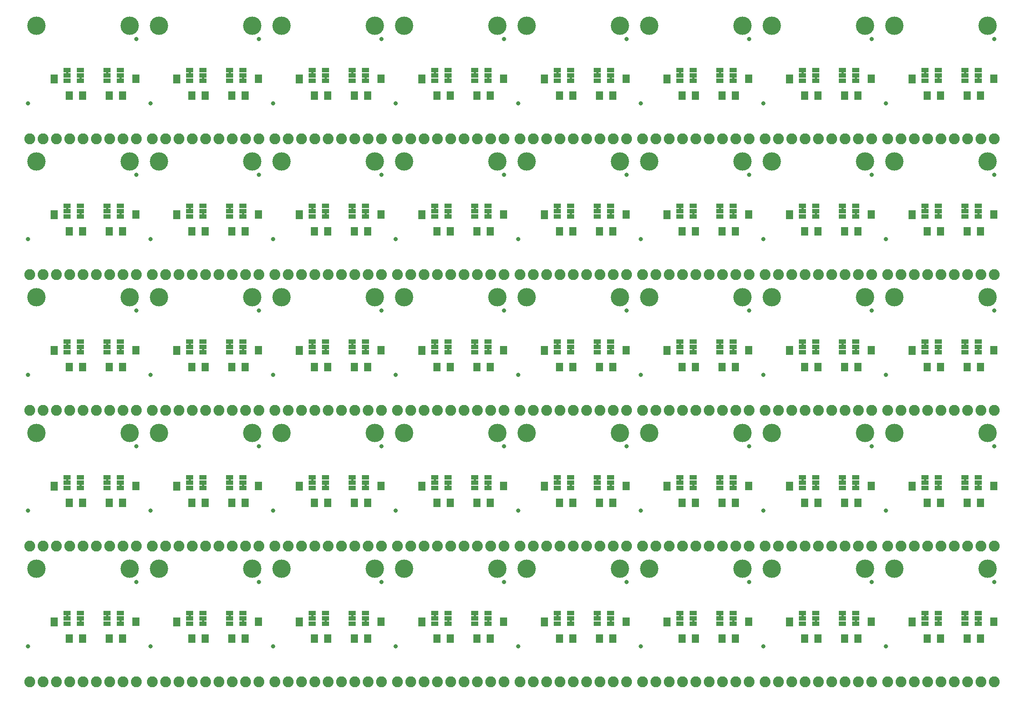
<source format=gbs>
G75*
%MOIN*%
%OFA0B0*%
%FSLAX25Y25*%
%IPPOS*%
%LPD*%
%AMOC8*
5,1,8,0,0,1.08239X$1,22.5*
%
%ADD10C,0.08200*%
%ADD11R,0.05800X0.03300*%
%ADD12C,0.00500*%
%ADD13C,0.13800*%
%ADD14C,0.03300*%
D10*
X0033750Y0033750D03*
X0043750Y0033750D03*
X0053750Y0033750D03*
X0063750Y0033750D03*
X0073750Y0033750D03*
X0083750Y0033750D03*
X0093750Y0033750D03*
X0103750Y0033750D03*
X0113750Y0033750D03*
X0125750Y0033750D03*
X0135750Y0033750D03*
X0145750Y0033750D03*
X0155750Y0033750D03*
X0165750Y0033750D03*
X0175750Y0033750D03*
X0185750Y0033750D03*
X0195750Y0033750D03*
X0205750Y0033750D03*
X0217750Y0033750D03*
X0227750Y0033750D03*
X0237750Y0033750D03*
X0247750Y0033750D03*
X0257750Y0033750D03*
X0267750Y0033750D03*
X0277750Y0033750D03*
X0287750Y0033750D03*
X0297750Y0033750D03*
X0309750Y0033750D03*
X0319750Y0033750D03*
X0329750Y0033750D03*
X0339750Y0033750D03*
X0349750Y0033750D03*
X0359750Y0033750D03*
X0369750Y0033750D03*
X0379750Y0033750D03*
X0389750Y0033750D03*
X0401750Y0033750D03*
X0411750Y0033750D03*
X0421750Y0033750D03*
X0431750Y0033750D03*
X0441750Y0033750D03*
X0451750Y0033750D03*
X0461750Y0033750D03*
X0471750Y0033750D03*
X0481750Y0033750D03*
X0493750Y0033750D03*
X0503750Y0033750D03*
X0513750Y0033750D03*
X0523750Y0033750D03*
X0533750Y0033750D03*
X0543750Y0033750D03*
X0553750Y0033750D03*
X0563750Y0033750D03*
X0573750Y0033750D03*
X0585750Y0033750D03*
X0595750Y0033750D03*
X0605750Y0033750D03*
X0615750Y0033750D03*
X0625750Y0033750D03*
X0635750Y0033750D03*
X0645750Y0033750D03*
X0655750Y0033750D03*
X0665750Y0033750D03*
X0677750Y0033750D03*
X0687750Y0033750D03*
X0697750Y0033750D03*
X0707750Y0033750D03*
X0717750Y0033750D03*
X0727750Y0033750D03*
X0737750Y0033750D03*
X0747750Y0033750D03*
X0757750Y0033750D03*
X0757750Y0135750D03*
X0747750Y0135750D03*
X0737750Y0135750D03*
X0727750Y0135750D03*
X0717750Y0135750D03*
X0707750Y0135750D03*
X0697750Y0135750D03*
X0687750Y0135750D03*
X0677750Y0135750D03*
X0665750Y0135750D03*
X0655750Y0135750D03*
X0645750Y0135750D03*
X0635750Y0135750D03*
X0625750Y0135750D03*
X0615750Y0135750D03*
X0605750Y0135750D03*
X0595750Y0135750D03*
X0585750Y0135750D03*
X0573750Y0135750D03*
X0563750Y0135750D03*
X0553750Y0135750D03*
X0543750Y0135750D03*
X0533750Y0135750D03*
X0523750Y0135750D03*
X0513750Y0135750D03*
X0503750Y0135750D03*
X0493750Y0135750D03*
X0481750Y0135750D03*
X0471750Y0135750D03*
X0461750Y0135750D03*
X0451750Y0135750D03*
X0441750Y0135750D03*
X0431750Y0135750D03*
X0421750Y0135750D03*
X0411750Y0135750D03*
X0401750Y0135750D03*
X0389750Y0135750D03*
X0379750Y0135750D03*
X0369750Y0135750D03*
X0359750Y0135750D03*
X0349750Y0135750D03*
X0339750Y0135750D03*
X0329750Y0135750D03*
X0319750Y0135750D03*
X0309750Y0135750D03*
X0297750Y0135750D03*
X0287750Y0135750D03*
X0277750Y0135750D03*
X0267750Y0135750D03*
X0257750Y0135750D03*
X0247750Y0135750D03*
X0237750Y0135750D03*
X0227750Y0135750D03*
X0217750Y0135750D03*
X0205750Y0135750D03*
X0195750Y0135750D03*
X0185750Y0135750D03*
X0175750Y0135750D03*
X0165750Y0135750D03*
X0155750Y0135750D03*
X0145750Y0135750D03*
X0135750Y0135750D03*
X0125750Y0135750D03*
X0113750Y0135750D03*
X0103750Y0135750D03*
X0093750Y0135750D03*
X0083750Y0135750D03*
X0073750Y0135750D03*
X0063750Y0135750D03*
X0053750Y0135750D03*
X0043750Y0135750D03*
X0033750Y0135750D03*
X0033750Y0237750D03*
X0043750Y0237750D03*
X0053750Y0237750D03*
X0063750Y0237750D03*
X0073750Y0237750D03*
X0083750Y0237750D03*
X0093750Y0237750D03*
X0103750Y0237750D03*
X0113750Y0237750D03*
X0125750Y0237750D03*
X0135750Y0237750D03*
X0145750Y0237750D03*
X0155750Y0237750D03*
X0165750Y0237750D03*
X0175750Y0237750D03*
X0185750Y0237750D03*
X0195750Y0237750D03*
X0205750Y0237750D03*
X0217750Y0237750D03*
X0227750Y0237750D03*
X0237750Y0237750D03*
X0247750Y0237750D03*
X0257750Y0237750D03*
X0267750Y0237750D03*
X0277750Y0237750D03*
X0287750Y0237750D03*
X0297750Y0237750D03*
X0309750Y0237750D03*
X0319750Y0237750D03*
X0329750Y0237750D03*
X0339750Y0237750D03*
X0349750Y0237750D03*
X0359750Y0237750D03*
X0369750Y0237750D03*
X0379750Y0237750D03*
X0389750Y0237750D03*
X0401750Y0237750D03*
X0411750Y0237750D03*
X0421750Y0237750D03*
X0431750Y0237750D03*
X0441750Y0237750D03*
X0451750Y0237750D03*
X0461750Y0237750D03*
X0471750Y0237750D03*
X0481750Y0237750D03*
X0493750Y0237750D03*
X0503750Y0237750D03*
X0513750Y0237750D03*
X0523750Y0237750D03*
X0533750Y0237750D03*
X0543750Y0237750D03*
X0553750Y0237750D03*
X0563750Y0237750D03*
X0573750Y0237750D03*
X0585750Y0237750D03*
X0595750Y0237750D03*
X0605750Y0237750D03*
X0615750Y0237750D03*
X0625750Y0237750D03*
X0635750Y0237750D03*
X0645750Y0237750D03*
X0655750Y0237750D03*
X0665750Y0237750D03*
X0677750Y0237750D03*
X0687750Y0237750D03*
X0697750Y0237750D03*
X0707750Y0237750D03*
X0717750Y0237750D03*
X0727750Y0237750D03*
X0737750Y0237750D03*
X0747750Y0237750D03*
X0757750Y0237750D03*
X0757750Y0339750D03*
X0747750Y0339750D03*
X0737750Y0339750D03*
X0727750Y0339750D03*
X0717750Y0339750D03*
X0707750Y0339750D03*
X0697750Y0339750D03*
X0687750Y0339750D03*
X0677750Y0339750D03*
X0665750Y0339750D03*
X0655750Y0339750D03*
X0645750Y0339750D03*
X0635750Y0339750D03*
X0625750Y0339750D03*
X0615750Y0339750D03*
X0605750Y0339750D03*
X0595750Y0339750D03*
X0585750Y0339750D03*
X0573750Y0339750D03*
X0563750Y0339750D03*
X0553750Y0339750D03*
X0543750Y0339750D03*
X0533750Y0339750D03*
X0523750Y0339750D03*
X0513750Y0339750D03*
X0503750Y0339750D03*
X0493750Y0339750D03*
X0481750Y0339750D03*
X0471750Y0339750D03*
X0461750Y0339750D03*
X0451750Y0339750D03*
X0441750Y0339750D03*
X0431750Y0339750D03*
X0421750Y0339750D03*
X0411750Y0339750D03*
X0401750Y0339750D03*
X0389750Y0339750D03*
X0379750Y0339750D03*
X0369750Y0339750D03*
X0359750Y0339750D03*
X0349750Y0339750D03*
X0339750Y0339750D03*
X0329750Y0339750D03*
X0319750Y0339750D03*
X0309750Y0339750D03*
X0297750Y0339750D03*
X0287750Y0339750D03*
X0277750Y0339750D03*
X0267750Y0339750D03*
X0257750Y0339750D03*
X0247750Y0339750D03*
X0237750Y0339750D03*
X0227750Y0339750D03*
X0217750Y0339750D03*
X0205750Y0339750D03*
X0195750Y0339750D03*
X0185750Y0339750D03*
X0175750Y0339750D03*
X0165750Y0339750D03*
X0155750Y0339750D03*
X0145750Y0339750D03*
X0135750Y0339750D03*
X0125750Y0339750D03*
X0113750Y0339750D03*
X0103750Y0339750D03*
X0093750Y0339750D03*
X0083750Y0339750D03*
X0073750Y0339750D03*
X0063750Y0339750D03*
X0053750Y0339750D03*
X0043750Y0339750D03*
X0033750Y0339750D03*
X0033750Y0441750D03*
X0043750Y0441750D03*
X0053750Y0441750D03*
X0063750Y0441750D03*
X0073750Y0441750D03*
X0083750Y0441750D03*
X0093750Y0441750D03*
X0103750Y0441750D03*
X0113750Y0441750D03*
X0125750Y0441750D03*
X0135750Y0441750D03*
X0145750Y0441750D03*
X0155750Y0441750D03*
X0165750Y0441750D03*
X0175750Y0441750D03*
X0185750Y0441750D03*
X0195750Y0441750D03*
X0205750Y0441750D03*
X0217750Y0441750D03*
X0227750Y0441750D03*
X0237750Y0441750D03*
X0247750Y0441750D03*
X0257750Y0441750D03*
X0267750Y0441750D03*
X0277750Y0441750D03*
X0287750Y0441750D03*
X0297750Y0441750D03*
X0309750Y0441750D03*
X0319750Y0441750D03*
X0329750Y0441750D03*
X0339750Y0441750D03*
X0349750Y0441750D03*
X0359750Y0441750D03*
X0369750Y0441750D03*
X0379750Y0441750D03*
X0389750Y0441750D03*
X0401750Y0441750D03*
X0411750Y0441750D03*
X0421750Y0441750D03*
X0431750Y0441750D03*
X0441750Y0441750D03*
X0451750Y0441750D03*
X0461750Y0441750D03*
X0471750Y0441750D03*
X0481750Y0441750D03*
X0493750Y0441750D03*
X0503750Y0441750D03*
X0513750Y0441750D03*
X0523750Y0441750D03*
X0533750Y0441750D03*
X0543750Y0441750D03*
X0553750Y0441750D03*
X0563750Y0441750D03*
X0573750Y0441750D03*
X0585750Y0441750D03*
X0595750Y0441750D03*
X0605750Y0441750D03*
X0615750Y0441750D03*
X0625750Y0441750D03*
X0635750Y0441750D03*
X0645750Y0441750D03*
X0655750Y0441750D03*
X0665750Y0441750D03*
X0677750Y0441750D03*
X0687750Y0441750D03*
X0697750Y0441750D03*
X0707750Y0441750D03*
X0717750Y0441750D03*
X0727750Y0441750D03*
X0737750Y0441750D03*
X0747750Y0441750D03*
X0757750Y0441750D03*
D11*
X0747350Y0472650D03*
X0747350Y0475850D03*
X0737350Y0475850D03*
X0737350Y0472650D03*
X0735750Y0485350D03*
X0735750Y0489350D03*
X0735750Y0493350D03*
X0745750Y0493350D03*
X0745750Y0489350D03*
X0745750Y0485350D03*
X0757250Y0485250D03*
X0757250Y0488450D03*
X0715750Y0489350D03*
X0715750Y0485350D03*
X0715750Y0493350D03*
X0705750Y0493350D03*
X0705750Y0489350D03*
X0705750Y0485350D03*
X0695850Y0485150D03*
X0695850Y0488350D03*
X0707350Y0475850D03*
X0707350Y0472650D03*
X0717350Y0472650D03*
X0717350Y0475850D03*
X0665250Y0485250D03*
X0665250Y0488450D03*
X0653750Y0489350D03*
X0653750Y0485350D03*
X0653750Y0493350D03*
X0643750Y0493350D03*
X0643750Y0489350D03*
X0643750Y0485350D03*
X0645350Y0475850D03*
X0645350Y0472650D03*
X0655350Y0472650D03*
X0655350Y0475850D03*
X0625350Y0475850D03*
X0625350Y0472650D03*
X0615350Y0472650D03*
X0615350Y0475850D03*
X0613750Y0485350D03*
X0613750Y0489350D03*
X0613750Y0493350D03*
X0603850Y0488350D03*
X0603850Y0485150D03*
X0623750Y0485350D03*
X0623750Y0489350D03*
X0623750Y0493350D03*
X0573250Y0488450D03*
X0573250Y0485250D03*
X0561750Y0485350D03*
X0561750Y0489350D03*
X0561750Y0493350D03*
X0551750Y0493350D03*
X0551750Y0489350D03*
X0551750Y0485350D03*
X0553350Y0475850D03*
X0553350Y0472650D03*
X0563350Y0472650D03*
X0563350Y0475850D03*
X0533350Y0475850D03*
X0533350Y0472650D03*
X0523350Y0472650D03*
X0523350Y0475850D03*
X0521750Y0485350D03*
X0521750Y0489350D03*
X0521750Y0493350D03*
X0531750Y0493350D03*
X0531750Y0489350D03*
X0531750Y0485350D03*
X0511850Y0485150D03*
X0511850Y0488350D03*
X0481250Y0488450D03*
X0481250Y0485250D03*
X0469750Y0485350D03*
X0469750Y0489350D03*
X0469750Y0493350D03*
X0459750Y0493350D03*
X0459750Y0489350D03*
X0459750Y0485350D03*
X0461350Y0475850D03*
X0461350Y0472650D03*
X0471350Y0472650D03*
X0471350Y0475850D03*
X0441350Y0475850D03*
X0441350Y0472650D03*
X0431350Y0472650D03*
X0431350Y0475850D03*
X0429750Y0485350D03*
X0429750Y0489350D03*
X0429750Y0493350D03*
X0439750Y0493350D03*
X0439750Y0489350D03*
X0439750Y0485350D03*
X0419850Y0485150D03*
X0419850Y0488350D03*
X0389250Y0488450D03*
X0389250Y0485250D03*
X0377750Y0485350D03*
X0377750Y0489350D03*
X0377750Y0493350D03*
X0367750Y0493350D03*
X0367750Y0489350D03*
X0367750Y0485350D03*
X0369350Y0475850D03*
X0369350Y0472650D03*
X0379350Y0472650D03*
X0379350Y0475850D03*
X0349350Y0475850D03*
X0349350Y0472650D03*
X0339350Y0472650D03*
X0339350Y0475850D03*
X0337750Y0485350D03*
X0337750Y0489350D03*
X0337750Y0493350D03*
X0347750Y0493350D03*
X0347750Y0489350D03*
X0347750Y0485350D03*
X0327850Y0485150D03*
X0327850Y0488350D03*
X0297250Y0488450D03*
X0297250Y0485250D03*
X0285750Y0485350D03*
X0285750Y0489350D03*
X0285750Y0493350D03*
X0275750Y0493350D03*
X0275750Y0489350D03*
X0275750Y0485350D03*
X0277350Y0475850D03*
X0277350Y0472650D03*
X0287350Y0472650D03*
X0287350Y0475850D03*
X0257350Y0475850D03*
X0257350Y0472650D03*
X0247350Y0472650D03*
X0247350Y0475850D03*
X0245750Y0485350D03*
X0245750Y0489350D03*
X0245750Y0493350D03*
X0255750Y0493350D03*
X0255750Y0489350D03*
X0255750Y0485350D03*
X0235850Y0485150D03*
X0235850Y0488350D03*
X0205250Y0488450D03*
X0205250Y0485250D03*
X0193750Y0485350D03*
X0193750Y0489350D03*
X0193750Y0493350D03*
X0183750Y0493350D03*
X0183750Y0489350D03*
X0183750Y0485350D03*
X0185350Y0475850D03*
X0185350Y0472650D03*
X0195350Y0472650D03*
X0195350Y0475850D03*
X0165350Y0475850D03*
X0165350Y0472650D03*
X0155350Y0472650D03*
X0155350Y0475850D03*
X0153750Y0485350D03*
X0153750Y0489350D03*
X0153750Y0493350D03*
X0163750Y0493350D03*
X0163750Y0489350D03*
X0163750Y0485350D03*
X0143850Y0485150D03*
X0143850Y0488350D03*
X0113250Y0488450D03*
X0113250Y0485250D03*
X0101750Y0485350D03*
X0101750Y0489350D03*
X0101750Y0493350D03*
X0091750Y0493350D03*
X0091750Y0489350D03*
X0091750Y0485350D03*
X0093350Y0475850D03*
X0093350Y0472650D03*
X0103350Y0472650D03*
X0103350Y0475850D03*
X0073350Y0475850D03*
X0073350Y0472650D03*
X0063350Y0472650D03*
X0063350Y0475850D03*
X0061750Y0485350D03*
X0061750Y0489350D03*
X0061750Y0493350D03*
X0071750Y0493350D03*
X0071750Y0489350D03*
X0071750Y0485350D03*
X0051850Y0485150D03*
X0051850Y0488350D03*
X0061750Y0391350D03*
X0061750Y0387350D03*
X0061750Y0383350D03*
X0071750Y0383350D03*
X0071750Y0387350D03*
X0071750Y0391350D03*
X0091750Y0391350D03*
X0091750Y0387350D03*
X0091750Y0383350D03*
X0101750Y0383350D03*
X0101750Y0387350D03*
X0101750Y0391350D03*
X0113250Y0386450D03*
X0113250Y0383250D03*
X0103350Y0373850D03*
X0103350Y0370650D03*
X0093350Y0370650D03*
X0093350Y0373850D03*
X0073350Y0373850D03*
X0073350Y0370650D03*
X0063350Y0370650D03*
X0063350Y0373850D03*
X0051850Y0383150D03*
X0051850Y0386350D03*
X0143850Y0386350D03*
X0143850Y0383150D03*
X0153750Y0383350D03*
X0153750Y0387350D03*
X0153750Y0391350D03*
X0163750Y0391350D03*
X0163750Y0387350D03*
X0163750Y0383350D03*
X0165350Y0373850D03*
X0165350Y0370650D03*
X0155350Y0370650D03*
X0155350Y0373850D03*
X0183750Y0383350D03*
X0183750Y0387350D03*
X0183750Y0391350D03*
X0193750Y0391350D03*
X0193750Y0387350D03*
X0193750Y0383350D03*
X0205250Y0383250D03*
X0205250Y0386450D03*
X0195350Y0373850D03*
X0195350Y0370650D03*
X0185350Y0370650D03*
X0185350Y0373850D03*
X0235850Y0383150D03*
X0235850Y0386350D03*
X0245750Y0387350D03*
X0245750Y0383350D03*
X0245750Y0391350D03*
X0255750Y0391350D03*
X0255750Y0387350D03*
X0255750Y0383350D03*
X0257350Y0373850D03*
X0257350Y0370650D03*
X0247350Y0370650D03*
X0247350Y0373850D03*
X0275750Y0383350D03*
X0275750Y0387350D03*
X0275750Y0391350D03*
X0285750Y0391350D03*
X0285750Y0387350D03*
X0285750Y0383350D03*
X0297250Y0383250D03*
X0297250Y0386450D03*
X0287350Y0373850D03*
X0287350Y0370650D03*
X0277350Y0370650D03*
X0277350Y0373850D03*
X0327850Y0383150D03*
X0327850Y0386350D03*
X0337750Y0387350D03*
X0337750Y0383350D03*
X0337750Y0391350D03*
X0347750Y0391350D03*
X0347750Y0387350D03*
X0347750Y0383350D03*
X0349350Y0373850D03*
X0349350Y0370650D03*
X0339350Y0370650D03*
X0339350Y0373850D03*
X0367750Y0383350D03*
X0367750Y0387350D03*
X0367750Y0391350D03*
X0377750Y0391350D03*
X0377750Y0387350D03*
X0377750Y0383350D03*
X0389250Y0383250D03*
X0389250Y0386450D03*
X0379350Y0373850D03*
X0379350Y0370650D03*
X0369350Y0370650D03*
X0369350Y0373850D03*
X0419850Y0383150D03*
X0419850Y0386350D03*
X0429750Y0387350D03*
X0429750Y0383350D03*
X0429750Y0391350D03*
X0439750Y0391350D03*
X0439750Y0387350D03*
X0439750Y0383350D03*
X0441350Y0373850D03*
X0441350Y0370650D03*
X0431350Y0370650D03*
X0431350Y0373850D03*
X0459750Y0383350D03*
X0459750Y0387350D03*
X0459750Y0391350D03*
X0469750Y0391350D03*
X0469750Y0387350D03*
X0469750Y0383350D03*
X0481250Y0383250D03*
X0481250Y0386450D03*
X0471350Y0373850D03*
X0471350Y0370650D03*
X0461350Y0370650D03*
X0461350Y0373850D03*
X0511850Y0383150D03*
X0511850Y0386350D03*
X0521750Y0387350D03*
X0521750Y0383350D03*
X0521750Y0391350D03*
X0531750Y0391350D03*
X0531750Y0387350D03*
X0531750Y0383350D03*
X0533350Y0373850D03*
X0533350Y0370650D03*
X0523350Y0370650D03*
X0523350Y0373850D03*
X0551750Y0383350D03*
X0551750Y0387350D03*
X0551750Y0391350D03*
X0561750Y0391350D03*
X0561750Y0387350D03*
X0561750Y0383350D03*
X0563350Y0373850D03*
X0563350Y0370650D03*
X0553350Y0370650D03*
X0553350Y0373850D03*
X0573250Y0383250D03*
X0573250Y0386450D03*
X0603850Y0386350D03*
X0603850Y0383150D03*
X0613750Y0383350D03*
X0613750Y0387350D03*
X0613750Y0391350D03*
X0623750Y0391350D03*
X0623750Y0387350D03*
X0623750Y0383350D03*
X0625350Y0373850D03*
X0625350Y0370650D03*
X0615350Y0370650D03*
X0615350Y0373850D03*
X0643750Y0383350D03*
X0643750Y0387350D03*
X0643750Y0391350D03*
X0653750Y0391350D03*
X0653750Y0387350D03*
X0653750Y0383350D03*
X0665250Y0383250D03*
X0665250Y0386450D03*
X0655350Y0373850D03*
X0655350Y0370650D03*
X0645350Y0370650D03*
X0645350Y0373850D03*
X0695850Y0383150D03*
X0695850Y0386350D03*
X0705750Y0387350D03*
X0705750Y0383350D03*
X0705750Y0391350D03*
X0715750Y0391350D03*
X0715750Y0387350D03*
X0715750Y0383350D03*
X0717350Y0373850D03*
X0717350Y0370650D03*
X0707350Y0370650D03*
X0707350Y0373850D03*
X0735750Y0383350D03*
X0735750Y0387350D03*
X0735750Y0391350D03*
X0745750Y0391350D03*
X0745750Y0387350D03*
X0745750Y0383350D03*
X0757250Y0383250D03*
X0757250Y0386450D03*
X0747350Y0373850D03*
X0747350Y0370650D03*
X0737350Y0370650D03*
X0737350Y0373850D03*
X0735750Y0289350D03*
X0735750Y0285350D03*
X0735750Y0281350D03*
X0737350Y0271850D03*
X0737350Y0268650D03*
X0747350Y0268650D03*
X0747350Y0271850D03*
X0745750Y0281350D03*
X0745750Y0285350D03*
X0745750Y0289350D03*
X0757250Y0284450D03*
X0757250Y0281250D03*
X0717350Y0271850D03*
X0717350Y0268650D03*
X0707350Y0268650D03*
X0707350Y0271850D03*
X0705750Y0281350D03*
X0705750Y0285350D03*
X0705750Y0289350D03*
X0715750Y0289350D03*
X0715750Y0285350D03*
X0715750Y0281350D03*
X0695850Y0281150D03*
X0695850Y0284350D03*
X0665250Y0284450D03*
X0665250Y0281250D03*
X0653750Y0281350D03*
X0653750Y0285350D03*
X0653750Y0289350D03*
X0643750Y0289350D03*
X0643750Y0285350D03*
X0643750Y0281350D03*
X0645350Y0271850D03*
X0645350Y0268650D03*
X0655350Y0268650D03*
X0655350Y0271850D03*
X0625350Y0271850D03*
X0625350Y0268650D03*
X0615350Y0268650D03*
X0615350Y0271850D03*
X0613750Y0281350D03*
X0613750Y0285350D03*
X0613750Y0289350D03*
X0603850Y0284350D03*
X0603850Y0281150D03*
X0623750Y0281350D03*
X0623750Y0285350D03*
X0623750Y0289350D03*
X0573250Y0284450D03*
X0573250Y0281250D03*
X0561750Y0281350D03*
X0561750Y0285350D03*
X0561750Y0289350D03*
X0551750Y0289350D03*
X0551750Y0285350D03*
X0551750Y0281350D03*
X0553350Y0271850D03*
X0553350Y0268650D03*
X0563350Y0268650D03*
X0563350Y0271850D03*
X0533350Y0271850D03*
X0533350Y0268650D03*
X0523350Y0268650D03*
X0523350Y0271850D03*
X0521750Y0281350D03*
X0521750Y0285350D03*
X0521750Y0289350D03*
X0531750Y0289350D03*
X0531750Y0285350D03*
X0531750Y0281350D03*
X0511850Y0281150D03*
X0511850Y0284350D03*
X0481250Y0284450D03*
X0481250Y0281250D03*
X0469750Y0281350D03*
X0469750Y0285350D03*
X0469750Y0289350D03*
X0459750Y0289350D03*
X0459750Y0285350D03*
X0459750Y0281350D03*
X0461350Y0271850D03*
X0461350Y0268650D03*
X0471350Y0268650D03*
X0471350Y0271850D03*
X0441350Y0271850D03*
X0441350Y0268650D03*
X0431350Y0268650D03*
X0431350Y0271850D03*
X0429750Y0281350D03*
X0429750Y0285350D03*
X0429750Y0289350D03*
X0439750Y0289350D03*
X0439750Y0285350D03*
X0439750Y0281350D03*
X0419850Y0281150D03*
X0419850Y0284350D03*
X0389250Y0284450D03*
X0389250Y0281250D03*
X0377750Y0281350D03*
X0377750Y0285350D03*
X0377750Y0289350D03*
X0367750Y0289350D03*
X0367750Y0285350D03*
X0367750Y0281350D03*
X0369350Y0271850D03*
X0369350Y0268650D03*
X0379350Y0268650D03*
X0379350Y0271850D03*
X0349350Y0271850D03*
X0349350Y0268650D03*
X0339350Y0268650D03*
X0339350Y0271850D03*
X0337750Y0281350D03*
X0337750Y0285350D03*
X0337750Y0289350D03*
X0347750Y0289350D03*
X0347750Y0285350D03*
X0347750Y0281350D03*
X0327850Y0281150D03*
X0327850Y0284350D03*
X0297250Y0284450D03*
X0297250Y0281250D03*
X0285750Y0281350D03*
X0285750Y0285350D03*
X0285750Y0289350D03*
X0275750Y0289350D03*
X0275750Y0285350D03*
X0275750Y0281350D03*
X0277350Y0271850D03*
X0277350Y0268650D03*
X0287350Y0268650D03*
X0287350Y0271850D03*
X0257350Y0271850D03*
X0257350Y0268650D03*
X0247350Y0268650D03*
X0247350Y0271850D03*
X0245750Y0281350D03*
X0245750Y0285350D03*
X0245750Y0289350D03*
X0255750Y0289350D03*
X0255750Y0285350D03*
X0255750Y0281350D03*
X0235850Y0281150D03*
X0235850Y0284350D03*
X0205250Y0284450D03*
X0205250Y0281250D03*
X0193750Y0281350D03*
X0193750Y0285350D03*
X0193750Y0289350D03*
X0183750Y0289350D03*
X0183750Y0285350D03*
X0183750Y0281350D03*
X0185350Y0271850D03*
X0185350Y0268650D03*
X0195350Y0268650D03*
X0195350Y0271850D03*
X0165350Y0271850D03*
X0165350Y0268650D03*
X0155350Y0268650D03*
X0155350Y0271850D03*
X0153750Y0281350D03*
X0153750Y0285350D03*
X0153750Y0289350D03*
X0163750Y0289350D03*
X0163750Y0285350D03*
X0163750Y0281350D03*
X0143850Y0281150D03*
X0143850Y0284350D03*
X0113250Y0284450D03*
X0113250Y0281250D03*
X0101750Y0281350D03*
X0101750Y0285350D03*
X0101750Y0289350D03*
X0091750Y0289350D03*
X0091750Y0285350D03*
X0091750Y0281350D03*
X0093350Y0271850D03*
X0093350Y0268650D03*
X0103350Y0268650D03*
X0103350Y0271850D03*
X0073350Y0271850D03*
X0073350Y0268650D03*
X0063350Y0268650D03*
X0063350Y0271850D03*
X0061750Y0281350D03*
X0061750Y0285350D03*
X0061750Y0289350D03*
X0071750Y0289350D03*
X0071750Y0285350D03*
X0071750Y0281350D03*
X0051850Y0281150D03*
X0051850Y0284350D03*
X0061750Y0187350D03*
X0061750Y0183350D03*
X0061750Y0179350D03*
X0063350Y0169850D03*
X0063350Y0166650D03*
X0073350Y0166650D03*
X0073350Y0169850D03*
X0071750Y0179350D03*
X0071750Y0183350D03*
X0071750Y0187350D03*
X0091750Y0187350D03*
X0091750Y0183350D03*
X0091750Y0179350D03*
X0093350Y0169850D03*
X0093350Y0166650D03*
X0103350Y0166650D03*
X0103350Y0169850D03*
X0101750Y0179350D03*
X0101750Y0183350D03*
X0101750Y0187350D03*
X0113250Y0182450D03*
X0113250Y0179250D03*
X0143850Y0179150D03*
X0143850Y0182350D03*
X0153750Y0183350D03*
X0153750Y0187350D03*
X0153750Y0179350D03*
X0155350Y0169850D03*
X0155350Y0166650D03*
X0165350Y0166650D03*
X0165350Y0169850D03*
X0163750Y0179350D03*
X0163750Y0183350D03*
X0163750Y0187350D03*
X0183750Y0187350D03*
X0183750Y0183350D03*
X0183750Y0179350D03*
X0185350Y0169850D03*
X0185350Y0166650D03*
X0195350Y0166650D03*
X0195350Y0169850D03*
X0193750Y0179350D03*
X0193750Y0183350D03*
X0193750Y0187350D03*
X0205250Y0182450D03*
X0205250Y0179250D03*
X0235850Y0179150D03*
X0235850Y0182350D03*
X0245750Y0183350D03*
X0245750Y0187350D03*
X0245750Y0179350D03*
X0247350Y0169850D03*
X0247350Y0166650D03*
X0257350Y0166650D03*
X0257350Y0169850D03*
X0255750Y0179350D03*
X0255750Y0183350D03*
X0255750Y0187350D03*
X0275750Y0187350D03*
X0275750Y0183350D03*
X0275750Y0179350D03*
X0277350Y0169850D03*
X0277350Y0166650D03*
X0287350Y0166650D03*
X0287350Y0169850D03*
X0285750Y0179350D03*
X0285750Y0183350D03*
X0285750Y0187350D03*
X0297250Y0182450D03*
X0297250Y0179250D03*
X0327850Y0179150D03*
X0327850Y0182350D03*
X0337750Y0183350D03*
X0337750Y0187350D03*
X0337750Y0179350D03*
X0339350Y0169850D03*
X0339350Y0166650D03*
X0349350Y0166650D03*
X0349350Y0169850D03*
X0347750Y0179350D03*
X0347750Y0183350D03*
X0347750Y0187350D03*
X0367750Y0187350D03*
X0367750Y0183350D03*
X0367750Y0179350D03*
X0369350Y0169850D03*
X0369350Y0166650D03*
X0379350Y0166650D03*
X0379350Y0169850D03*
X0377750Y0179350D03*
X0377750Y0183350D03*
X0377750Y0187350D03*
X0389250Y0182450D03*
X0389250Y0179250D03*
X0419850Y0179150D03*
X0419850Y0182350D03*
X0429750Y0183350D03*
X0429750Y0187350D03*
X0429750Y0179350D03*
X0431350Y0169850D03*
X0431350Y0166650D03*
X0441350Y0166650D03*
X0441350Y0169850D03*
X0439750Y0179350D03*
X0439750Y0183350D03*
X0439750Y0187350D03*
X0459750Y0187350D03*
X0459750Y0183350D03*
X0459750Y0179350D03*
X0461350Y0169850D03*
X0461350Y0166650D03*
X0471350Y0166650D03*
X0471350Y0169850D03*
X0469750Y0179350D03*
X0469750Y0183350D03*
X0469750Y0187350D03*
X0481250Y0182450D03*
X0481250Y0179250D03*
X0511850Y0179150D03*
X0511850Y0182350D03*
X0521750Y0183350D03*
X0521750Y0187350D03*
X0521750Y0179350D03*
X0523350Y0169850D03*
X0523350Y0166650D03*
X0533350Y0166650D03*
X0533350Y0169850D03*
X0531750Y0179350D03*
X0531750Y0183350D03*
X0531750Y0187350D03*
X0551750Y0187350D03*
X0551750Y0183350D03*
X0551750Y0179350D03*
X0553350Y0169850D03*
X0553350Y0166650D03*
X0563350Y0166650D03*
X0563350Y0169850D03*
X0561750Y0179350D03*
X0561750Y0183350D03*
X0561750Y0187350D03*
X0573250Y0182450D03*
X0573250Y0179250D03*
X0603850Y0179150D03*
X0603850Y0182350D03*
X0613750Y0183350D03*
X0613750Y0187350D03*
X0613750Y0179350D03*
X0615350Y0169850D03*
X0615350Y0166650D03*
X0625350Y0166650D03*
X0625350Y0169850D03*
X0623750Y0179350D03*
X0623750Y0183350D03*
X0623750Y0187350D03*
X0643750Y0187350D03*
X0643750Y0183350D03*
X0643750Y0179350D03*
X0645350Y0169850D03*
X0645350Y0166650D03*
X0655350Y0166650D03*
X0655350Y0169850D03*
X0653750Y0179350D03*
X0653750Y0183350D03*
X0653750Y0187350D03*
X0665250Y0182450D03*
X0665250Y0179250D03*
X0695850Y0179150D03*
X0695850Y0182350D03*
X0705750Y0183350D03*
X0705750Y0187350D03*
X0705750Y0179350D03*
X0707350Y0169850D03*
X0707350Y0166650D03*
X0717350Y0166650D03*
X0717350Y0169850D03*
X0715750Y0179350D03*
X0715750Y0183350D03*
X0715750Y0187350D03*
X0735750Y0187350D03*
X0735750Y0183350D03*
X0735750Y0179350D03*
X0737350Y0169850D03*
X0737350Y0166650D03*
X0747350Y0166650D03*
X0747350Y0169850D03*
X0745750Y0179350D03*
X0745750Y0183350D03*
X0745750Y0187350D03*
X0757250Y0182450D03*
X0757250Y0179250D03*
X0745750Y0085350D03*
X0745750Y0081350D03*
X0745750Y0077350D03*
X0747350Y0067850D03*
X0747350Y0064650D03*
X0737350Y0064650D03*
X0737350Y0067850D03*
X0735750Y0077350D03*
X0735750Y0081350D03*
X0735750Y0085350D03*
X0715750Y0085350D03*
X0715750Y0081350D03*
X0715750Y0077350D03*
X0717350Y0067850D03*
X0717350Y0064650D03*
X0707350Y0064650D03*
X0707350Y0067850D03*
X0705750Y0077350D03*
X0705750Y0081350D03*
X0705750Y0085350D03*
X0695850Y0080350D03*
X0695850Y0077150D03*
X0665250Y0077250D03*
X0665250Y0080450D03*
X0653750Y0081350D03*
X0653750Y0077350D03*
X0655350Y0067850D03*
X0655350Y0064650D03*
X0645350Y0064650D03*
X0645350Y0067850D03*
X0643750Y0077350D03*
X0643750Y0081350D03*
X0643750Y0085350D03*
X0653750Y0085350D03*
X0623750Y0085350D03*
X0623750Y0081350D03*
X0623750Y0077350D03*
X0625350Y0067850D03*
X0625350Y0064650D03*
X0615350Y0064650D03*
X0615350Y0067850D03*
X0613750Y0077350D03*
X0613750Y0081350D03*
X0613750Y0085350D03*
X0603850Y0080350D03*
X0603850Y0077150D03*
X0573250Y0077250D03*
X0573250Y0080450D03*
X0561750Y0081350D03*
X0561750Y0077350D03*
X0563350Y0067850D03*
X0563350Y0064650D03*
X0553350Y0064650D03*
X0553350Y0067850D03*
X0551750Y0077350D03*
X0551750Y0081350D03*
X0551750Y0085350D03*
X0561750Y0085350D03*
X0531750Y0085350D03*
X0531750Y0081350D03*
X0531750Y0077350D03*
X0533350Y0067850D03*
X0533350Y0064650D03*
X0523350Y0064650D03*
X0523350Y0067850D03*
X0521750Y0077350D03*
X0521750Y0081350D03*
X0521750Y0085350D03*
X0511850Y0080350D03*
X0511850Y0077150D03*
X0481250Y0077250D03*
X0481250Y0080450D03*
X0469750Y0081350D03*
X0469750Y0077350D03*
X0471350Y0067850D03*
X0471350Y0064650D03*
X0461350Y0064650D03*
X0461350Y0067850D03*
X0459750Y0077350D03*
X0459750Y0081350D03*
X0459750Y0085350D03*
X0469750Y0085350D03*
X0439750Y0085350D03*
X0439750Y0081350D03*
X0439750Y0077350D03*
X0441350Y0067850D03*
X0441350Y0064650D03*
X0431350Y0064650D03*
X0431350Y0067850D03*
X0429750Y0077350D03*
X0429750Y0081350D03*
X0429750Y0085350D03*
X0419850Y0080350D03*
X0419850Y0077150D03*
X0389250Y0077250D03*
X0389250Y0080450D03*
X0377750Y0081350D03*
X0377750Y0077350D03*
X0379350Y0067850D03*
X0379350Y0064650D03*
X0369350Y0064650D03*
X0369350Y0067850D03*
X0367750Y0077350D03*
X0367750Y0081350D03*
X0367750Y0085350D03*
X0377750Y0085350D03*
X0347750Y0085350D03*
X0347750Y0081350D03*
X0347750Y0077350D03*
X0349350Y0067850D03*
X0349350Y0064650D03*
X0339350Y0064650D03*
X0339350Y0067850D03*
X0337750Y0077350D03*
X0337750Y0081350D03*
X0337750Y0085350D03*
X0327850Y0080350D03*
X0327850Y0077150D03*
X0297250Y0077250D03*
X0297250Y0080450D03*
X0285750Y0081350D03*
X0285750Y0077350D03*
X0287350Y0067850D03*
X0287350Y0064650D03*
X0277350Y0064650D03*
X0277350Y0067850D03*
X0275750Y0077350D03*
X0275750Y0081350D03*
X0275750Y0085350D03*
X0285750Y0085350D03*
X0255750Y0085350D03*
X0255750Y0081350D03*
X0255750Y0077350D03*
X0257350Y0067850D03*
X0257350Y0064650D03*
X0247350Y0064650D03*
X0247350Y0067850D03*
X0245750Y0077350D03*
X0245750Y0081350D03*
X0245750Y0085350D03*
X0235850Y0080350D03*
X0235850Y0077150D03*
X0205250Y0077250D03*
X0205250Y0080450D03*
X0193750Y0081350D03*
X0193750Y0077350D03*
X0195350Y0067850D03*
X0195350Y0064650D03*
X0185350Y0064650D03*
X0185350Y0067850D03*
X0183750Y0077350D03*
X0183750Y0081350D03*
X0183750Y0085350D03*
X0193750Y0085350D03*
X0165350Y0067850D03*
X0165350Y0064650D03*
X0155350Y0064650D03*
X0155350Y0067850D03*
X0153750Y0077350D03*
X0153750Y0081350D03*
X0153750Y0085350D03*
X0163750Y0085350D03*
X0163750Y0081350D03*
X0163750Y0077350D03*
X0143850Y0077150D03*
X0143850Y0080350D03*
X0113250Y0080450D03*
X0113250Y0077250D03*
X0101750Y0077350D03*
X0101750Y0081350D03*
X0101750Y0085350D03*
X0091750Y0085350D03*
X0091750Y0081350D03*
X0091750Y0077350D03*
X0093350Y0067850D03*
X0093350Y0064650D03*
X0103350Y0064650D03*
X0103350Y0067850D03*
X0073350Y0067850D03*
X0073350Y0064650D03*
X0063350Y0064650D03*
X0063350Y0067850D03*
X0061750Y0077350D03*
X0061750Y0081350D03*
X0061750Y0085350D03*
X0071750Y0085350D03*
X0071750Y0081350D03*
X0071750Y0077350D03*
X0051850Y0077150D03*
X0051850Y0080350D03*
X0051850Y0179150D03*
X0051850Y0182350D03*
X0757250Y0080450D03*
X0757250Y0077250D03*
D12*
X0746250Y0078600D02*
X0746250Y0080100D01*
X0745250Y0080100D01*
X0745250Y0078600D01*
X0746250Y0078600D01*
X0746250Y0078601D02*
X0745250Y0078601D01*
X0745250Y0079100D02*
X0746250Y0079100D01*
X0746250Y0079598D02*
X0745250Y0079598D01*
X0745250Y0080097D02*
X0746250Y0080097D01*
X0736250Y0082600D02*
X0735250Y0082600D01*
X0735250Y0084100D01*
X0736250Y0084100D01*
X0736250Y0082600D01*
X0736250Y0083088D02*
X0735250Y0083088D01*
X0735250Y0083586D02*
X0736250Y0083586D01*
X0736250Y0084085D02*
X0735250Y0084085D01*
X0716250Y0080100D02*
X0716250Y0078600D01*
X0715250Y0078600D01*
X0715250Y0080100D01*
X0716250Y0080100D01*
X0716250Y0080097D02*
X0715250Y0080097D01*
X0715250Y0079598D02*
X0716250Y0079598D01*
X0716250Y0079100D02*
X0715250Y0079100D01*
X0715250Y0078601D02*
X0716250Y0078601D01*
X0706250Y0082600D02*
X0705250Y0082600D01*
X0705250Y0084100D01*
X0706250Y0084100D01*
X0706250Y0082600D01*
X0706250Y0083088D02*
X0705250Y0083088D01*
X0705250Y0083586D02*
X0706250Y0083586D01*
X0706250Y0084085D02*
X0705250Y0084085D01*
X0654250Y0080100D02*
X0654250Y0078600D01*
X0653250Y0078600D01*
X0653250Y0080100D01*
X0654250Y0080100D01*
X0654250Y0080097D02*
X0653250Y0080097D01*
X0653250Y0079598D02*
X0654250Y0079598D01*
X0654250Y0079100D02*
X0653250Y0079100D01*
X0653250Y0078601D02*
X0654250Y0078601D01*
X0644250Y0082600D02*
X0643250Y0082600D01*
X0643250Y0084100D01*
X0644250Y0084100D01*
X0644250Y0082600D01*
X0644250Y0083088D02*
X0643250Y0083088D01*
X0643250Y0083586D02*
X0644250Y0083586D01*
X0644250Y0084085D02*
X0643250Y0084085D01*
X0624250Y0080100D02*
X0624250Y0078600D01*
X0623250Y0078600D01*
X0623250Y0080100D01*
X0624250Y0080100D01*
X0624250Y0080097D02*
X0623250Y0080097D01*
X0623250Y0079598D02*
X0624250Y0079598D01*
X0624250Y0079100D02*
X0623250Y0079100D01*
X0623250Y0078601D02*
X0624250Y0078601D01*
X0614250Y0082600D02*
X0613250Y0082600D01*
X0613250Y0084100D01*
X0614250Y0084100D01*
X0614250Y0082600D01*
X0614250Y0083088D02*
X0613250Y0083088D01*
X0613250Y0083586D02*
X0614250Y0083586D01*
X0614250Y0084085D02*
X0613250Y0084085D01*
X0562250Y0080100D02*
X0562250Y0078600D01*
X0561250Y0078600D01*
X0561250Y0080100D01*
X0562250Y0080100D01*
X0562250Y0080097D02*
X0561250Y0080097D01*
X0561250Y0079598D02*
X0562250Y0079598D01*
X0562250Y0079100D02*
X0561250Y0079100D01*
X0561250Y0078601D02*
X0562250Y0078601D01*
X0552250Y0082600D02*
X0551250Y0082600D01*
X0551250Y0084100D01*
X0552250Y0084100D01*
X0552250Y0082600D01*
X0552250Y0083088D02*
X0551250Y0083088D01*
X0551250Y0083586D02*
X0552250Y0083586D01*
X0552250Y0084085D02*
X0551250Y0084085D01*
X0532250Y0080100D02*
X0532250Y0078600D01*
X0531250Y0078600D01*
X0531250Y0080100D01*
X0532250Y0080100D01*
X0532250Y0080097D02*
X0531250Y0080097D01*
X0531250Y0079598D02*
X0532250Y0079598D01*
X0532250Y0079100D02*
X0531250Y0079100D01*
X0531250Y0078601D02*
X0532250Y0078601D01*
X0522250Y0082600D02*
X0521250Y0082600D01*
X0521250Y0084100D01*
X0522250Y0084100D01*
X0522250Y0082600D01*
X0522250Y0083088D02*
X0521250Y0083088D01*
X0521250Y0083586D02*
X0522250Y0083586D01*
X0522250Y0084085D02*
X0521250Y0084085D01*
X0470250Y0080100D02*
X0470250Y0078600D01*
X0469250Y0078600D01*
X0469250Y0080100D01*
X0470250Y0080100D01*
X0470250Y0080097D02*
X0469250Y0080097D01*
X0469250Y0079598D02*
X0470250Y0079598D01*
X0470250Y0079100D02*
X0469250Y0079100D01*
X0469250Y0078601D02*
X0470250Y0078601D01*
X0460250Y0082600D02*
X0459250Y0082600D01*
X0459250Y0084100D01*
X0460250Y0084100D01*
X0460250Y0082600D01*
X0460250Y0083088D02*
X0459250Y0083088D01*
X0459250Y0083586D02*
X0460250Y0083586D01*
X0460250Y0084085D02*
X0459250Y0084085D01*
X0440250Y0080100D02*
X0440250Y0078600D01*
X0439250Y0078600D01*
X0439250Y0080100D01*
X0440250Y0080100D01*
X0440250Y0080097D02*
X0439250Y0080097D01*
X0439250Y0079598D02*
X0440250Y0079598D01*
X0440250Y0079100D02*
X0439250Y0079100D01*
X0439250Y0078601D02*
X0440250Y0078601D01*
X0430250Y0082600D02*
X0429250Y0082600D01*
X0429250Y0084100D01*
X0430250Y0084100D01*
X0430250Y0082600D01*
X0430250Y0083088D02*
X0429250Y0083088D01*
X0429250Y0083586D02*
X0430250Y0083586D01*
X0430250Y0084085D02*
X0429250Y0084085D01*
X0378250Y0080100D02*
X0378250Y0078600D01*
X0377250Y0078600D01*
X0377250Y0080100D01*
X0378250Y0080100D01*
X0378250Y0080097D02*
X0377250Y0080097D01*
X0377250Y0079598D02*
X0378250Y0079598D01*
X0378250Y0079100D02*
X0377250Y0079100D01*
X0377250Y0078601D02*
X0378250Y0078601D01*
X0368250Y0082600D02*
X0367250Y0082600D01*
X0367250Y0084100D01*
X0368250Y0084100D01*
X0368250Y0082600D01*
X0368250Y0083088D02*
X0367250Y0083088D01*
X0367250Y0083586D02*
X0368250Y0083586D01*
X0368250Y0084085D02*
X0367250Y0084085D01*
X0348250Y0080100D02*
X0348250Y0078600D01*
X0347250Y0078600D01*
X0347250Y0080100D01*
X0348250Y0080100D01*
X0348250Y0080097D02*
X0347250Y0080097D01*
X0347250Y0079598D02*
X0348250Y0079598D01*
X0348250Y0079100D02*
X0347250Y0079100D01*
X0347250Y0078601D02*
X0348250Y0078601D01*
X0338250Y0082600D02*
X0337250Y0082600D01*
X0337250Y0084100D01*
X0338250Y0084100D01*
X0338250Y0082600D01*
X0338250Y0083088D02*
X0337250Y0083088D01*
X0337250Y0083586D02*
X0338250Y0083586D01*
X0338250Y0084085D02*
X0337250Y0084085D01*
X0286250Y0080100D02*
X0286250Y0078600D01*
X0285250Y0078600D01*
X0285250Y0080100D01*
X0286250Y0080100D01*
X0286250Y0080097D02*
X0285250Y0080097D01*
X0285250Y0079598D02*
X0286250Y0079598D01*
X0286250Y0079100D02*
X0285250Y0079100D01*
X0285250Y0078601D02*
X0286250Y0078601D01*
X0276250Y0082600D02*
X0275250Y0082600D01*
X0275250Y0084100D01*
X0276250Y0084100D01*
X0276250Y0082600D01*
X0276250Y0083088D02*
X0275250Y0083088D01*
X0275250Y0083586D02*
X0276250Y0083586D01*
X0276250Y0084085D02*
X0275250Y0084085D01*
X0256250Y0080100D02*
X0256250Y0078600D01*
X0255250Y0078600D01*
X0255250Y0080100D01*
X0256250Y0080100D01*
X0256250Y0080097D02*
X0255250Y0080097D01*
X0255250Y0079598D02*
X0256250Y0079598D01*
X0256250Y0079100D02*
X0255250Y0079100D01*
X0255250Y0078601D02*
X0256250Y0078601D01*
X0246250Y0082600D02*
X0245250Y0082600D01*
X0245250Y0084100D01*
X0246250Y0084100D01*
X0246250Y0082600D01*
X0246250Y0083088D02*
X0245250Y0083088D01*
X0245250Y0083586D02*
X0246250Y0083586D01*
X0246250Y0084085D02*
X0245250Y0084085D01*
X0194250Y0080100D02*
X0194250Y0078600D01*
X0193250Y0078600D01*
X0193250Y0080100D01*
X0194250Y0080100D01*
X0194250Y0080097D02*
X0193250Y0080097D01*
X0193250Y0079598D02*
X0194250Y0079598D01*
X0194250Y0079100D02*
X0193250Y0079100D01*
X0193250Y0078601D02*
X0194250Y0078601D01*
X0184250Y0082600D02*
X0183250Y0082600D01*
X0183250Y0084100D01*
X0184250Y0084100D01*
X0184250Y0082600D01*
X0184250Y0083088D02*
X0183250Y0083088D01*
X0183250Y0083586D02*
X0184250Y0083586D01*
X0184250Y0084085D02*
X0183250Y0084085D01*
X0164250Y0080100D02*
X0164250Y0078600D01*
X0163250Y0078600D01*
X0163250Y0080100D01*
X0164250Y0080100D01*
X0164250Y0080097D02*
X0163250Y0080097D01*
X0163250Y0079598D02*
X0164250Y0079598D01*
X0164250Y0079100D02*
X0163250Y0079100D01*
X0163250Y0078601D02*
X0164250Y0078601D01*
X0154250Y0082600D02*
X0153250Y0082600D01*
X0153250Y0084100D01*
X0154250Y0084100D01*
X0154250Y0082600D01*
X0154250Y0083088D02*
X0153250Y0083088D01*
X0153250Y0083586D02*
X0154250Y0083586D01*
X0154250Y0084085D02*
X0153250Y0084085D01*
X0102250Y0080100D02*
X0102250Y0078600D01*
X0101250Y0078600D01*
X0101250Y0080100D01*
X0102250Y0080100D01*
X0102250Y0080097D02*
X0101250Y0080097D01*
X0101250Y0079598D02*
X0102250Y0079598D01*
X0102250Y0079100D02*
X0101250Y0079100D01*
X0101250Y0078601D02*
X0102250Y0078601D01*
X0092250Y0082600D02*
X0091250Y0082600D01*
X0091250Y0084100D01*
X0092250Y0084100D01*
X0092250Y0082600D01*
X0092250Y0083088D02*
X0091250Y0083088D01*
X0091250Y0083586D02*
X0092250Y0083586D01*
X0092250Y0084085D02*
X0091250Y0084085D01*
X0072250Y0080100D02*
X0072250Y0078600D01*
X0071250Y0078600D01*
X0071250Y0080100D01*
X0072250Y0080100D01*
X0072250Y0080097D02*
X0071250Y0080097D01*
X0071250Y0079598D02*
X0072250Y0079598D01*
X0072250Y0079100D02*
X0071250Y0079100D01*
X0071250Y0078601D02*
X0072250Y0078601D01*
X0062250Y0082600D02*
X0061250Y0082600D01*
X0061250Y0084100D01*
X0062250Y0084100D01*
X0062250Y0082600D01*
X0062250Y0083088D02*
X0061250Y0083088D01*
X0061250Y0083586D02*
X0062250Y0083586D01*
X0062250Y0084085D02*
X0061250Y0084085D01*
X0071250Y0180600D02*
X0072250Y0180600D01*
X0072250Y0182100D01*
X0071250Y0182100D01*
X0071250Y0180600D01*
X0071250Y0180796D02*
X0072250Y0180796D01*
X0072250Y0181294D02*
X0071250Y0181294D01*
X0071250Y0181793D02*
X0072250Y0181793D01*
X0062250Y0184600D02*
X0061250Y0184600D01*
X0061250Y0186100D01*
X0062250Y0186100D01*
X0062250Y0184600D01*
X0062250Y0184784D02*
X0061250Y0184784D01*
X0061250Y0185283D02*
X0062250Y0185283D01*
X0062250Y0185781D02*
X0061250Y0185781D01*
X0091250Y0185781D02*
X0092250Y0185781D01*
X0092250Y0186100D02*
X0091250Y0186100D01*
X0091250Y0184600D01*
X0092250Y0184600D01*
X0092250Y0186100D01*
X0092250Y0185283D02*
X0091250Y0185283D01*
X0091250Y0184784D02*
X0092250Y0184784D01*
X0101250Y0182100D02*
X0101250Y0180600D01*
X0102250Y0180600D01*
X0102250Y0182100D01*
X0101250Y0182100D01*
X0101250Y0181793D02*
X0102250Y0181793D01*
X0102250Y0181294D02*
X0101250Y0181294D01*
X0101250Y0180796D02*
X0102250Y0180796D01*
X0153250Y0184600D02*
X0154250Y0184600D01*
X0154250Y0186100D01*
X0153250Y0186100D01*
X0153250Y0184600D01*
X0153250Y0184784D02*
X0154250Y0184784D01*
X0154250Y0185283D02*
X0153250Y0185283D01*
X0153250Y0185781D02*
X0154250Y0185781D01*
X0163250Y0182100D02*
X0163250Y0180600D01*
X0164250Y0180600D01*
X0164250Y0182100D01*
X0163250Y0182100D01*
X0163250Y0181793D02*
X0164250Y0181793D01*
X0164250Y0181294D02*
X0163250Y0181294D01*
X0163250Y0180796D02*
X0164250Y0180796D01*
X0183250Y0184600D02*
X0184250Y0184600D01*
X0184250Y0186100D01*
X0183250Y0186100D01*
X0183250Y0184600D01*
X0183250Y0184784D02*
X0184250Y0184784D01*
X0184250Y0185283D02*
X0183250Y0185283D01*
X0183250Y0185781D02*
X0184250Y0185781D01*
X0193250Y0182100D02*
X0193250Y0180600D01*
X0194250Y0180600D01*
X0194250Y0182100D01*
X0193250Y0182100D01*
X0193250Y0181793D02*
X0194250Y0181793D01*
X0194250Y0181294D02*
X0193250Y0181294D01*
X0193250Y0180796D02*
X0194250Y0180796D01*
X0245250Y0184600D02*
X0246250Y0184600D01*
X0246250Y0186100D01*
X0245250Y0186100D01*
X0245250Y0184600D01*
X0245250Y0184784D02*
X0246250Y0184784D01*
X0246250Y0185283D02*
X0245250Y0185283D01*
X0245250Y0185781D02*
X0246250Y0185781D01*
X0255250Y0182100D02*
X0255250Y0180600D01*
X0256250Y0180600D01*
X0256250Y0182100D01*
X0255250Y0182100D01*
X0255250Y0181793D02*
X0256250Y0181793D01*
X0256250Y0181294D02*
X0255250Y0181294D01*
X0255250Y0180796D02*
X0256250Y0180796D01*
X0275250Y0184600D02*
X0276250Y0184600D01*
X0276250Y0186100D01*
X0275250Y0186100D01*
X0275250Y0184600D01*
X0275250Y0184784D02*
X0276250Y0184784D01*
X0276250Y0185283D02*
X0275250Y0185283D01*
X0275250Y0185781D02*
X0276250Y0185781D01*
X0285250Y0182100D02*
X0285250Y0180600D01*
X0286250Y0180600D01*
X0286250Y0182100D01*
X0285250Y0182100D01*
X0285250Y0181793D02*
X0286250Y0181793D01*
X0286250Y0181294D02*
X0285250Y0181294D01*
X0285250Y0180796D02*
X0286250Y0180796D01*
X0337250Y0184600D02*
X0338250Y0184600D01*
X0338250Y0186100D01*
X0337250Y0186100D01*
X0337250Y0184600D01*
X0337250Y0184784D02*
X0338250Y0184784D01*
X0338250Y0185283D02*
X0337250Y0185283D01*
X0337250Y0185781D02*
X0338250Y0185781D01*
X0347250Y0182100D02*
X0347250Y0180600D01*
X0348250Y0180600D01*
X0348250Y0182100D01*
X0347250Y0182100D01*
X0347250Y0181793D02*
X0348250Y0181793D01*
X0348250Y0181294D02*
X0347250Y0181294D01*
X0347250Y0180796D02*
X0348250Y0180796D01*
X0367250Y0184600D02*
X0368250Y0184600D01*
X0368250Y0186100D01*
X0367250Y0186100D01*
X0367250Y0184600D01*
X0367250Y0184784D02*
X0368250Y0184784D01*
X0368250Y0185283D02*
X0367250Y0185283D01*
X0367250Y0185781D02*
X0368250Y0185781D01*
X0377250Y0182100D02*
X0377250Y0180600D01*
X0378250Y0180600D01*
X0378250Y0182100D01*
X0377250Y0182100D01*
X0377250Y0181793D02*
X0378250Y0181793D01*
X0378250Y0181294D02*
X0377250Y0181294D01*
X0377250Y0180796D02*
X0378250Y0180796D01*
X0429250Y0184600D02*
X0430250Y0184600D01*
X0430250Y0186100D01*
X0429250Y0186100D01*
X0429250Y0184600D01*
X0429250Y0184784D02*
X0430250Y0184784D01*
X0430250Y0185283D02*
X0429250Y0185283D01*
X0429250Y0185781D02*
X0430250Y0185781D01*
X0439250Y0182100D02*
X0439250Y0180600D01*
X0440250Y0180600D01*
X0440250Y0182100D01*
X0439250Y0182100D01*
X0439250Y0181793D02*
X0440250Y0181793D01*
X0440250Y0181294D02*
X0439250Y0181294D01*
X0439250Y0180796D02*
X0440250Y0180796D01*
X0459250Y0184600D02*
X0460250Y0184600D01*
X0460250Y0186100D01*
X0459250Y0186100D01*
X0459250Y0184600D01*
X0459250Y0184784D02*
X0460250Y0184784D01*
X0460250Y0185283D02*
X0459250Y0185283D01*
X0459250Y0185781D02*
X0460250Y0185781D01*
X0469250Y0182100D02*
X0469250Y0180600D01*
X0470250Y0180600D01*
X0470250Y0182100D01*
X0469250Y0182100D01*
X0469250Y0181793D02*
X0470250Y0181793D01*
X0470250Y0181294D02*
X0469250Y0181294D01*
X0469250Y0180796D02*
X0470250Y0180796D01*
X0521250Y0184600D02*
X0522250Y0184600D01*
X0522250Y0186100D01*
X0521250Y0186100D01*
X0521250Y0184600D01*
X0521250Y0184784D02*
X0522250Y0184784D01*
X0522250Y0185283D02*
X0521250Y0185283D01*
X0521250Y0185781D02*
X0522250Y0185781D01*
X0531250Y0182100D02*
X0531250Y0180600D01*
X0532250Y0180600D01*
X0532250Y0182100D01*
X0531250Y0182100D01*
X0531250Y0181793D02*
X0532250Y0181793D01*
X0532250Y0181294D02*
X0531250Y0181294D01*
X0531250Y0180796D02*
X0532250Y0180796D01*
X0551250Y0184600D02*
X0552250Y0184600D01*
X0552250Y0186100D01*
X0551250Y0186100D01*
X0551250Y0184600D01*
X0551250Y0184784D02*
X0552250Y0184784D01*
X0552250Y0185283D02*
X0551250Y0185283D01*
X0551250Y0185781D02*
X0552250Y0185781D01*
X0561250Y0182100D02*
X0561250Y0180600D01*
X0562250Y0180600D01*
X0562250Y0182100D01*
X0561250Y0182100D01*
X0561250Y0181793D02*
X0562250Y0181793D01*
X0562250Y0181294D02*
X0561250Y0181294D01*
X0561250Y0180796D02*
X0562250Y0180796D01*
X0613250Y0184600D02*
X0614250Y0184600D01*
X0614250Y0186100D01*
X0613250Y0186100D01*
X0613250Y0184600D01*
X0613250Y0184784D02*
X0614250Y0184784D01*
X0614250Y0185283D02*
X0613250Y0185283D01*
X0613250Y0185781D02*
X0614250Y0185781D01*
X0623250Y0182100D02*
X0623250Y0180600D01*
X0624250Y0180600D01*
X0624250Y0182100D01*
X0623250Y0182100D01*
X0623250Y0181793D02*
X0624250Y0181793D01*
X0624250Y0181294D02*
X0623250Y0181294D01*
X0623250Y0180796D02*
X0624250Y0180796D01*
X0643250Y0184600D02*
X0644250Y0184600D01*
X0644250Y0186100D01*
X0643250Y0186100D01*
X0643250Y0184600D01*
X0643250Y0184784D02*
X0644250Y0184784D01*
X0644250Y0185283D02*
X0643250Y0185283D01*
X0643250Y0185781D02*
X0644250Y0185781D01*
X0653250Y0182100D02*
X0653250Y0180600D01*
X0654250Y0180600D01*
X0654250Y0182100D01*
X0653250Y0182100D01*
X0653250Y0181793D02*
X0654250Y0181793D01*
X0654250Y0181294D02*
X0653250Y0181294D01*
X0653250Y0180796D02*
X0654250Y0180796D01*
X0705250Y0184600D02*
X0706250Y0184600D01*
X0706250Y0186100D01*
X0705250Y0186100D01*
X0705250Y0184600D01*
X0705250Y0184784D02*
X0706250Y0184784D01*
X0706250Y0185283D02*
X0705250Y0185283D01*
X0705250Y0185781D02*
X0706250Y0185781D01*
X0715250Y0182100D02*
X0715250Y0180600D01*
X0716250Y0180600D01*
X0716250Y0182100D01*
X0715250Y0182100D01*
X0715250Y0181793D02*
X0716250Y0181793D01*
X0716250Y0181294D02*
X0715250Y0181294D01*
X0715250Y0180796D02*
X0716250Y0180796D01*
X0735250Y0184600D02*
X0736250Y0184600D01*
X0736250Y0186100D01*
X0735250Y0186100D01*
X0735250Y0184600D01*
X0735250Y0184784D02*
X0736250Y0184784D01*
X0736250Y0185283D02*
X0735250Y0185283D01*
X0735250Y0185781D02*
X0736250Y0185781D01*
X0745250Y0182100D02*
X0745250Y0180600D01*
X0746250Y0180600D01*
X0746250Y0182100D01*
X0745250Y0182100D01*
X0745250Y0181793D02*
X0746250Y0181793D01*
X0746250Y0181294D02*
X0745250Y0181294D01*
X0745250Y0180796D02*
X0746250Y0180796D01*
X0746250Y0282600D02*
X0746250Y0284100D01*
X0745250Y0284100D01*
X0745250Y0282600D01*
X0746250Y0282600D01*
X0746250Y0282991D02*
X0745250Y0282991D01*
X0745250Y0283489D02*
X0746250Y0283489D01*
X0746250Y0283988D02*
X0745250Y0283988D01*
X0736250Y0286600D02*
X0735250Y0286600D01*
X0735250Y0288100D01*
X0736250Y0288100D01*
X0736250Y0286600D01*
X0736250Y0286979D02*
X0735250Y0286979D01*
X0735250Y0287477D02*
X0736250Y0287477D01*
X0736250Y0287976D02*
X0735250Y0287976D01*
X0716250Y0284100D02*
X0715250Y0284100D01*
X0715250Y0282600D01*
X0716250Y0282600D01*
X0716250Y0284100D01*
X0716250Y0283988D02*
X0715250Y0283988D01*
X0715250Y0283489D02*
X0716250Y0283489D01*
X0716250Y0282991D02*
X0715250Y0282991D01*
X0706250Y0286600D02*
X0705250Y0286600D01*
X0705250Y0288100D01*
X0706250Y0288100D01*
X0706250Y0286600D01*
X0706250Y0286979D02*
X0705250Y0286979D01*
X0705250Y0287477D02*
X0706250Y0287477D01*
X0706250Y0287976D02*
X0705250Y0287976D01*
X0654250Y0284100D02*
X0653250Y0284100D01*
X0653250Y0282600D01*
X0654250Y0282600D01*
X0654250Y0284100D01*
X0654250Y0283988D02*
X0653250Y0283988D01*
X0653250Y0283489D02*
X0654250Y0283489D01*
X0654250Y0282991D02*
X0653250Y0282991D01*
X0644250Y0286600D02*
X0643250Y0286600D01*
X0643250Y0288100D01*
X0644250Y0288100D01*
X0644250Y0286600D01*
X0644250Y0286979D02*
X0643250Y0286979D01*
X0643250Y0287477D02*
X0644250Y0287477D01*
X0644250Y0287976D02*
X0643250Y0287976D01*
X0624250Y0284100D02*
X0623250Y0284100D01*
X0623250Y0282600D01*
X0624250Y0282600D01*
X0624250Y0284100D01*
X0624250Y0283988D02*
X0623250Y0283988D01*
X0623250Y0283489D02*
X0624250Y0283489D01*
X0624250Y0282991D02*
X0623250Y0282991D01*
X0614250Y0286600D02*
X0613250Y0286600D01*
X0613250Y0288100D01*
X0614250Y0288100D01*
X0614250Y0286600D01*
X0614250Y0286979D02*
X0613250Y0286979D01*
X0613250Y0287477D02*
X0614250Y0287477D01*
X0614250Y0287976D02*
X0613250Y0287976D01*
X0562250Y0284100D02*
X0561250Y0284100D01*
X0561250Y0282600D01*
X0562250Y0282600D01*
X0562250Y0284100D01*
X0562250Y0283988D02*
X0561250Y0283988D01*
X0561250Y0283489D02*
X0562250Y0283489D01*
X0562250Y0282991D02*
X0561250Y0282991D01*
X0552250Y0286600D02*
X0551250Y0286600D01*
X0551250Y0288100D01*
X0552250Y0288100D01*
X0552250Y0286600D01*
X0552250Y0286979D02*
X0551250Y0286979D01*
X0551250Y0287477D02*
X0552250Y0287477D01*
X0552250Y0287976D02*
X0551250Y0287976D01*
X0532250Y0284100D02*
X0531250Y0284100D01*
X0531250Y0282600D01*
X0532250Y0282600D01*
X0532250Y0284100D01*
X0532250Y0283988D02*
X0531250Y0283988D01*
X0531250Y0283489D02*
X0532250Y0283489D01*
X0532250Y0282991D02*
X0531250Y0282991D01*
X0522250Y0286600D02*
X0521250Y0286600D01*
X0521250Y0288100D01*
X0522250Y0288100D01*
X0522250Y0286600D01*
X0522250Y0286979D02*
X0521250Y0286979D01*
X0521250Y0287477D02*
X0522250Y0287477D01*
X0522250Y0287976D02*
X0521250Y0287976D01*
X0470250Y0284100D02*
X0469250Y0284100D01*
X0469250Y0282600D01*
X0470250Y0282600D01*
X0470250Y0284100D01*
X0470250Y0283988D02*
X0469250Y0283988D01*
X0469250Y0283489D02*
X0470250Y0283489D01*
X0470250Y0282991D02*
X0469250Y0282991D01*
X0460250Y0286600D02*
X0459250Y0286600D01*
X0459250Y0288100D01*
X0460250Y0288100D01*
X0460250Y0286600D01*
X0460250Y0286979D02*
X0459250Y0286979D01*
X0459250Y0287477D02*
X0460250Y0287477D01*
X0460250Y0287976D02*
X0459250Y0287976D01*
X0440250Y0284100D02*
X0439250Y0284100D01*
X0439250Y0282600D01*
X0440250Y0282600D01*
X0440250Y0284100D01*
X0440250Y0283988D02*
X0439250Y0283988D01*
X0439250Y0283489D02*
X0440250Y0283489D01*
X0440250Y0282991D02*
X0439250Y0282991D01*
X0430250Y0286600D02*
X0429250Y0286600D01*
X0429250Y0288100D01*
X0430250Y0288100D01*
X0430250Y0286600D01*
X0430250Y0286979D02*
X0429250Y0286979D01*
X0429250Y0287477D02*
X0430250Y0287477D01*
X0430250Y0287976D02*
X0429250Y0287976D01*
X0378250Y0284100D02*
X0377250Y0284100D01*
X0377250Y0282600D01*
X0378250Y0282600D01*
X0378250Y0284100D01*
X0378250Y0283988D02*
X0377250Y0283988D01*
X0377250Y0283489D02*
X0378250Y0283489D01*
X0378250Y0282991D02*
X0377250Y0282991D01*
X0368250Y0286600D02*
X0367250Y0286600D01*
X0367250Y0288100D01*
X0368250Y0288100D01*
X0368250Y0286600D01*
X0368250Y0286979D02*
X0367250Y0286979D01*
X0367250Y0287477D02*
X0368250Y0287477D01*
X0368250Y0287976D02*
X0367250Y0287976D01*
X0348250Y0284100D02*
X0347250Y0284100D01*
X0347250Y0282600D01*
X0348250Y0282600D01*
X0348250Y0284100D01*
X0348250Y0283988D02*
X0347250Y0283988D01*
X0347250Y0283489D02*
X0348250Y0283489D01*
X0348250Y0282991D02*
X0347250Y0282991D01*
X0338250Y0286600D02*
X0337250Y0286600D01*
X0337250Y0288100D01*
X0338250Y0288100D01*
X0338250Y0286600D01*
X0338250Y0286979D02*
X0337250Y0286979D01*
X0337250Y0287477D02*
X0338250Y0287477D01*
X0338250Y0287976D02*
X0337250Y0287976D01*
X0286250Y0284100D02*
X0285250Y0284100D01*
X0285250Y0282600D01*
X0286250Y0282600D01*
X0286250Y0284100D01*
X0286250Y0283988D02*
X0285250Y0283988D01*
X0285250Y0283489D02*
X0286250Y0283489D01*
X0286250Y0282991D02*
X0285250Y0282991D01*
X0276250Y0286600D02*
X0275250Y0286600D01*
X0275250Y0288100D01*
X0276250Y0288100D01*
X0276250Y0286600D01*
X0276250Y0286979D02*
X0275250Y0286979D01*
X0275250Y0287477D02*
X0276250Y0287477D01*
X0276250Y0287976D02*
X0275250Y0287976D01*
X0256250Y0284100D02*
X0255250Y0284100D01*
X0255250Y0282600D01*
X0256250Y0282600D01*
X0256250Y0284100D01*
X0256250Y0283988D02*
X0255250Y0283988D01*
X0255250Y0283489D02*
X0256250Y0283489D01*
X0256250Y0282991D02*
X0255250Y0282991D01*
X0246250Y0286600D02*
X0245250Y0286600D01*
X0245250Y0288100D01*
X0246250Y0288100D01*
X0246250Y0286600D01*
X0246250Y0286979D02*
X0245250Y0286979D01*
X0245250Y0287477D02*
X0246250Y0287477D01*
X0246250Y0287976D02*
X0245250Y0287976D01*
X0194250Y0284100D02*
X0193250Y0284100D01*
X0193250Y0282600D01*
X0194250Y0282600D01*
X0194250Y0284100D01*
X0194250Y0283988D02*
X0193250Y0283988D01*
X0193250Y0283489D02*
X0194250Y0283489D01*
X0194250Y0282991D02*
X0193250Y0282991D01*
X0184250Y0286600D02*
X0183250Y0286600D01*
X0183250Y0288100D01*
X0184250Y0288100D01*
X0184250Y0286600D01*
X0184250Y0286979D02*
X0183250Y0286979D01*
X0183250Y0287477D02*
X0184250Y0287477D01*
X0184250Y0287976D02*
X0183250Y0287976D01*
X0164250Y0284100D02*
X0163250Y0284100D01*
X0163250Y0282600D01*
X0164250Y0282600D01*
X0164250Y0284100D01*
X0164250Y0283988D02*
X0163250Y0283988D01*
X0163250Y0283489D02*
X0164250Y0283489D01*
X0164250Y0282991D02*
X0163250Y0282991D01*
X0154250Y0286600D02*
X0153250Y0286600D01*
X0153250Y0288100D01*
X0154250Y0288100D01*
X0154250Y0286600D01*
X0154250Y0286979D02*
X0153250Y0286979D01*
X0153250Y0287477D02*
X0154250Y0287477D01*
X0154250Y0287976D02*
X0153250Y0287976D01*
X0102250Y0284100D02*
X0101250Y0284100D01*
X0101250Y0282600D01*
X0102250Y0282600D01*
X0102250Y0284100D01*
X0102250Y0283988D02*
X0101250Y0283988D01*
X0101250Y0283489D02*
X0102250Y0283489D01*
X0102250Y0282991D02*
X0101250Y0282991D01*
X0092250Y0286600D02*
X0091250Y0286600D01*
X0091250Y0288100D01*
X0092250Y0288100D01*
X0092250Y0286600D01*
X0092250Y0286979D02*
X0091250Y0286979D01*
X0091250Y0287477D02*
X0092250Y0287477D01*
X0092250Y0287976D02*
X0091250Y0287976D01*
X0072250Y0284100D02*
X0071250Y0284100D01*
X0071250Y0282600D01*
X0072250Y0282600D01*
X0072250Y0284100D01*
X0072250Y0283988D02*
X0071250Y0283988D01*
X0071250Y0283489D02*
X0072250Y0283489D01*
X0072250Y0282991D02*
X0071250Y0282991D01*
X0062250Y0286600D02*
X0061250Y0286600D01*
X0061250Y0288100D01*
X0062250Y0288100D01*
X0062250Y0286600D01*
X0062250Y0286979D02*
X0061250Y0286979D01*
X0061250Y0287477D02*
X0062250Y0287477D01*
X0062250Y0287976D02*
X0061250Y0287976D01*
X0071250Y0384600D02*
X0072250Y0384600D01*
X0072250Y0386100D01*
X0071250Y0386100D01*
X0071250Y0384600D01*
X0071250Y0384687D02*
X0072250Y0384687D01*
X0072250Y0385186D02*
X0071250Y0385186D01*
X0071250Y0385684D02*
X0072250Y0385684D01*
X0062250Y0388600D02*
X0061250Y0388600D01*
X0061250Y0390100D01*
X0062250Y0390100D01*
X0062250Y0388600D01*
X0062250Y0388675D02*
X0061250Y0388675D01*
X0061250Y0389174D02*
X0062250Y0389174D01*
X0062250Y0389672D02*
X0061250Y0389672D01*
X0091250Y0389672D02*
X0092250Y0389672D01*
X0092250Y0390100D02*
X0091250Y0390100D01*
X0091250Y0388600D01*
X0092250Y0388600D01*
X0092250Y0390100D01*
X0092250Y0389174D02*
X0091250Y0389174D01*
X0091250Y0388675D02*
X0092250Y0388675D01*
X0101250Y0386100D02*
X0102250Y0386100D01*
X0102250Y0384600D01*
X0101250Y0384600D01*
X0101250Y0386100D01*
X0101250Y0385684D02*
X0102250Y0385684D01*
X0102250Y0385186D02*
X0101250Y0385186D01*
X0101250Y0384687D02*
X0102250Y0384687D01*
X0153250Y0388600D02*
X0154250Y0388600D01*
X0154250Y0390100D01*
X0153250Y0390100D01*
X0153250Y0388600D01*
X0153250Y0388675D02*
X0154250Y0388675D01*
X0154250Y0389174D02*
X0153250Y0389174D01*
X0153250Y0389672D02*
X0154250Y0389672D01*
X0163250Y0386100D02*
X0164250Y0386100D01*
X0164250Y0384600D01*
X0163250Y0384600D01*
X0163250Y0386100D01*
X0163250Y0385684D02*
X0164250Y0385684D01*
X0164250Y0385186D02*
X0163250Y0385186D01*
X0163250Y0384687D02*
X0164250Y0384687D01*
X0183250Y0388600D02*
X0184250Y0388600D01*
X0184250Y0390100D01*
X0183250Y0390100D01*
X0183250Y0388600D01*
X0183250Y0388675D02*
X0184250Y0388675D01*
X0184250Y0389174D02*
X0183250Y0389174D01*
X0183250Y0389672D02*
X0184250Y0389672D01*
X0193250Y0386100D02*
X0194250Y0386100D01*
X0194250Y0384600D01*
X0193250Y0384600D01*
X0193250Y0386100D01*
X0193250Y0385684D02*
X0194250Y0385684D01*
X0194250Y0385186D02*
X0193250Y0385186D01*
X0193250Y0384687D02*
X0194250Y0384687D01*
X0245250Y0388600D02*
X0246250Y0388600D01*
X0246250Y0390100D01*
X0245250Y0390100D01*
X0245250Y0388600D01*
X0245250Y0388675D02*
X0246250Y0388675D01*
X0246250Y0389174D02*
X0245250Y0389174D01*
X0245250Y0389672D02*
X0246250Y0389672D01*
X0255250Y0386100D02*
X0256250Y0386100D01*
X0256250Y0384600D01*
X0255250Y0384600D01*
X0255250Y0386100D01*
X0255250Y0385684D02*
X0256250Y0385684D01*
X0256250Y0385186D02*
X0255250Y0385186D01*
X0255250Y0384687D02*
X0256250Y0384687D01*
X0275250Y0388600D02*
X0276250Y0388600D01*
X0276250Y0390100D01*
X0275250Y0390100D01*
X0275250Y0388600D01*
X0275250Y0388675D02*
X0276250Y0388675D01*
X0276250Y0389174D02*
X0275250Y0389174D01*
X0275250Y0389672D02*
X0276250Y0389672D01*
X0285250Y0386100D02*
X0286250Y0386100D01*
X0286250Y0384600D01*
X0285250Y0384600D01*
X0285250Y0386100D01*
X0285250Y0385684D02*
X0286250Y0385684D01*
X0286250Y0385186D02*
X0285250Y0385186D01*
X0285250Y0384687D02*
X0286250Y0384687D01*
X0337250Y0388600D02*
X0338250Y0388600D01*
X0338250Y0390100D01*
X0337250Y0390100D01*
X0337250Y0388600D01*
X0337250Y0388675D02*
X0338250Y0388675D01*
X0338250Y0389174D02*
X0337250Y0389174D01*
X0337250Y0389672D02*
X0338250Y0389672D01*
X0347250Y0386100D02*
X0348250Y0386100D01*
X0348250Y0384600D01*
X0347250Y0384600D01*
X0347250Y0386100D01*
X0347250Y0385684D02*
X0348250Y0385684D01*
X0348250Y0385186D02*
X0347250Y0385186D01*
X0347250Y0384687D02*
X0348250Y0384687D01*
X0367250Y0388600D02*
X0368250Y0388600D01*
X0368250Y0390100D01*
X0367250Y0390100D01*
X0367250Y0388600D01*
X0367250Y0388675D02*
X0368250Y0388675D01*
X0368250Y0389174D02*
X0367250Y0389174D01*
X0367250Y0389672D02*
X0368250Y0389672D01*
X0377250Y0386100D02*
X0378250Y0386100D01*
X0378250Y0384600D01*
X0377250Y0384600D01*
X0377250Y0386100D01*
X0377250Y0385684D02*
X0378250Y0385684D01*
X0378250Y0385186D02*
X0377250Y0385186D01*
X0377250Y0384687D02*
X0378250Y0384687D01*
X0429250Y0388600D02*
X0430250Y0388600D01*
X0430250Y0390100D01*
X0429250Y0390100D01*
X0429250Y0388600D01*
X0429250Y0388675D02*
X0430250Y0388675D01*
X0430250Y0389174D02*
X0429250Y0389174D01*
X0429250Y0389672D02*
X0430250Y0389672D01*
X0439250Y0386100D02*
X0440250Y0386100D01*
X0440250Y0384600D01*
X0439250Y0384600D01*
X0439250Y0386100D01*
X0439250Y0385684D02*
X0440250Y0385684D01*
X0440250Y0385186D02*
X0439250Y0385186D01*
X0439250Y0384687D02*
X0440250Y0384687D01*
X0459250Y0388600D02*
X0460250Y0388600D01*
X0460250Y0390100D01*
X0459250Y0390100D01*
X0459250Y0388600D01*
X0459250Y0388675D02*
X0460250Y0388675D01*
X0460250Y0389174D02*
X0459250Y0389174D01*
X0459250Y0389672D02*
X0460250Y0389672D01*
X0469250Y0386100D02*
X0470250Y0386100D01*
X0470250Y0384600D01*
X0469250Y0384600D01*
X0469250Y0386100D01*
X0469250Y0385684D02*
X0470250Y0385684D01*
X0470250Y0385186D02*
X0469250Y0385186D01*
X0469250Y0384687D02*
X0470250Y0384687D01*
X0521250Y0388600D02*
X0522250Y0388600D01*
X0522250Y0390100D01*
X0521250Y0390100D01*
X0521250Y0388600D01*
X0521250Y0388675D02*
X0522250Y0388675D01*
X0522250Y0389174D02*
X0521250Y0389174D01*
X0521250Y0389672D02*
X0522250Y0389672D01*
X0531250Y0386100D02*
X0532250Y0386100D01*
X0532250Y0384600D01*
X0531250Y0384600D01*
X0531250Y0386100D01*
X0531250Y0385684D02*
X0532250Y0385684D01*
X0532250Y0385186D02*
X0531250Y0385186D01*
X0531250Y0384687D02*
X0532250Y0384687D01*
X0551250Y0388600D02*
X0552250Y0388600D01*
X0552250Y0390100D01*
X0551250Y0390100D01*
X0551250Y0388600D01*
X0551250Y0388675D02*
X0552250Y0388675D01*
X0552250Y0389174D02*
X0551250Y0389174D01*
X0551250Y0389672D02*
X0552250Y0389672D01*
X0561250Y0386100D02*
X0562250Y0386100D01*
X0562250Y0384600D01*
X0561250Y0384600D01*
X0561250Y0386100D01*
X0561250Y0385684D02*
X0562250Y0385684D01*
X0562250Y0385186D02*
X0561250Y0385186D01*
X0561250Y0384687D02*
X0562250Y0384687D01*
X0613250Y0388600D02*
X0614250Y0388600D01*
X0614250Y0390100D01*
X0613250Y0390100D01*
X0613250Y0388600D01*
X0613250Y0388675D02*
X0614250Y0388675D01*
X0614250Y0389174D02*
X0613250Y0389174D01*
X0613250Y0389672D02*
X0614250Y0389672D01*
X0623250Y0386100D02*
X0624250Y0386100D01*
X0624250Y0384600D01*
X0623250Y0384600D01*
X0623250Y0386100D01*
X0623250Y0385684D02*
X0624250Y0385684D01*
X0624250Y0385186D02*
X0623250Y0385186D01*
X0623250Y0384687D02*
X0624250Y0384687D01*
X0643250Y0388600D02*
X0644250Y0388600D01*
X0644250Y0390100D01*
X0643250Y0390100D01*
X0643250Y0388600D01*
X0643250Y0388675D02*
X0644250Y0388675D01*
X0644250Y0389174D02*
X0643250Y0389174D01*
X0643250Y0389672D02*
X0644250Y0389672D01*
X0653250Y0386100D02*
X0654250Y0386100D01*
X0654250Y0384600D01*
X0653250Y0384600D01*
X0653250Y0386100D01*
X0653250Y0385684D02*
X0654250Y0385684D01*
X0654250Y0385186D02*
X0653250Y0385186D01*
X0653250Y0384687D02*
X0654250Y0384687D01*
X0705250Y0388600D02*
X0706250Y0388600D01*
X0706250Y0390100D01*
X0705250Y0390100D01*
X0705250Y0388600D01*
X0705250Y0388675D02*
X0706250Y0388675D01*
X0706250Y0389174D02*
X0705250Y0389174D01*
X0705250Y0389672D02*
X0706250Y0389672D01*
X0715250Y0386100D02*
X0716250Y0386100D01*
X0716250Y0384600D01*
X0715250Y0384600D01*
X0715250Y0386100D01*
X0715250Y0385684D02*
X0716250Y0385684D01*
X0716250Y0385186D02*
X0715250Y0385186D01*
X0715250Y0384687D02*
X0716250Y0384687D01*
X0735250Y0388600D02*
X0736250Y0388600D01*
X0736250Y0390100D01*
X0735250Y0390100D01*
X0735250Y0388600D01*
X0735250Y0388675D02*
X0736250Y0388675D01*
X0736250Y0389174D02*
X0735250Y0389174D01*
X0735250Y0389672D02*
X0736250Y0389672D01*
X0745250Y0386100D02*
X0746250Y0386100D01*
X0746250Y0384600D01*
X0745250Y0384600D01*
X0745250Y0386100D01*
X0745250Y0385684D02*
X0746250Y0385684D01*
X0746250Y0385186D02*
X0745250Y0385186D01*
X0745250Y0384687D02*
X0746250Y0384687D01*
X0746250Y0486600D02*
X0746250Y0488100D01*
X0745250Y0488100D01*
X0745250Y0486600D01*
X0746250Y0486600D01*
X0746250Y0486882D02*
X0745250Y0486882D01*
X0745250Y0487380D02*
X0746250Y0487380D01*
X0746250Y0487879D02*
X0745250Y0487879D01*
X0736250Y0490600D02*
X0735250Y0490600D01*
X0735250Y0492100D01*
X0736250Y0492100D01*
X0736250Y0490600D01*
X0736250Y0490870D02*
X0735250Y0490870D01*
X0735250Y0491369D02*
X0736250Y0491369D01*
X0736250Y0491867D02*
X0735250Y0491867D01*
X0716250Y0488100D02*
X0715250Y0488100D01*
X0715250Y0486600D01*
X0716250Y0486600D01*
X0716250Y0488100D01*
X0716250Y0487879D02*
X0715250Y0487879D01*
X0715250Y0487380D02*
X0716250Y0487380D01*
X0716250Y0486882D02*
X0715250Y0486882D01*
X0706250Y0490600D02*
X0705250Y0490600D01*
X0705250Y0492100D01*
X0706250Y0492100D01*
X0706250Y0490600D01*
X0706250Y0490870D02*
X0705250Y0490870D01*
X0705250Y0491369D02*
X0706250Y0491369D01*
X0706250Y0491867D02*
X0705250Y0491867D01*
X0654250Y0488100D02*
X0653250Y0488100D01*
X0653250Y0486600D01*
X0654250Y0486600D01*
X0654250Y0488100D01*
X0654250Y0487879D02*
X0653250Y0487879D01*
X0653250Y0487380D02*
X0654250Y0487380D01*
X0654250Y0486882D02*
X0653250Y0486882D01*
X0644250Y0490600D02*
X0643250Y0490600D01*
X0643250Y0492100D01*
X0644250Y0492100D01*
X0644250Y0490600D01*
X0644250Y0490870D02*
X0643250Y0490870D01*
X0643250Y0491369D02*
X0644250Y0491369D01*
X0644250Y0491867D02*
X0643250Y0491867D01*
X0624250Y0488100D02*
X0623250Y0488100D01*
X0623250Y0486600D01*
X0624250Y0486600D01*
X0624250Y0488100D01*
X0624250Y0487879D02*
X0623250Y0487879D01*
X0623250Y0487380D02*
X0624250Y0487380D01*
X0624250Y0486882D02*
X0623250Y0486882D01*
X0614250Y0490600D02*
X0613250Y0490600D01*
X0613250Y0492100D01*
X0614250Y0492100D01*
X0614250Y0490600D01*
X0614250Y0490870D02*
X0613250Y0490870D01*
X0613250Y0491369D02*
X0614250Y0491369D01*
X0614250Y0491867D02*
X0613250Y0491867D01*
X0562250Y0488100D02*
X0561250Y0488100D01*
X0561250Y0486600D01*
X0562250Y0486600D01*
X0562250Y0488100D01*
X0562250Y0487879D02*
X0561250Y0487879D01*
X0561250Y0487380D02*
X0562250Y0487380D01*
X0562250Y0486882D02*
X0561250Y0486882D01*
X0552250Y0490600D02*
X0551250Y0490600D01*
X0551250Y0492100D01*
X0552250Y0492100D01*
X0552250Y0490600D01*
X0552250Y0490870D02*
X0551250Y0490870D01*
X0551250Y0491369D02*
X0552250Y0491369D01*
X0552250Y0491867D02*
X0551250Y0491867D01*
X0532250Y0488100D02*
X0531250Y0488100D01*
X0531250Y0486600D01*
X0532250Y0486600D01*
X0532250Y0488100D01*
X0532250Y0487879D02*
X0531250Y0487879D01*
X0531250Y0487380D02*
X0532250Y0487380D01*
X0532250Y0486882D02*
X0531250Y0486882D01*
X0522250Y0490600D02*
X0521250Y0490600D01*
X0521250Y0492100D01*
X0522250Y0492100D01*
X0522250Y0490600D01*
X0522250Y0490870D02*
X0521250Y0490870D01*
X0521250Y0491369D02*
X0522250Y0491369D01*
X0522250Y0491867D02*
X0521250Y0491867D01*
X0470250Y0488100D02*
X0469250Y0488100D01*
X0469250Y0486600D01*
X0470250Y0486600D01*
X0470250Y0488100D01*
X0470250Y0487879D02*
X0469250Y0487879D01*
X0469250Y0487380D02*
X0470250Y0487380D01*
X0470250Y0486882D02*
X0469250Y0486882D01*
X0460250Y0490600D02*
X0459250Y0490600D01*
X0459250Y0492100D01*
X0460250Y0492100D01*
X0460250Y0490600D01*
X0460250Y0490870D02*
X0459250Y0490870D01*
X0459250Y0491369D02*
X0460250Y0491369D01*
X0460250Y0491867D02*
X0459250Y0491867D01*
X0440250Y0488100D02*
X0439250Y0488100D01*
X0439250Y0486600D01*
X0440250Y0486600D01*
X0440250Y0488100D01*
X0440250Y0487879D02*
X0439250Y0487879D01*
X0439250Y0487380D02*
X0440250Y0487380D01*
X0440250Y0486882D02*
X0439250Y0486882D01*
X0430250Y0490600D02*
X0429250Y0490600D01*
X0429250Y0492100D01*
X0430250Y0492100D01*
X0430250Y0490600D01*
X0430250Y0490870D02*
X0429250Y0490870D01*
X0429250Y0491369D02*
X0430250Y0491369D01*
X0430250Y0491867D02*
X0429250Y0491867D01*
X0378250Y0488100D02*
X0377250Y0488100D01*
X0377250Y0486600D01*
X0378250Y0486600D01*
X0378250Y0488100D01*
X0378250Y0487879D02*
X0377250Y0487879D01*
X0377250Y0487380D02*
X0378250Y0487380D01*
X0378250Y0486882D02*
X0377250Y0486882D01*
X0368250Y0490600D02*
X0367250Y0490600D01*
X0367250Y0492100D01*
X0368250Y0492100D01*
X0368250Y0490600D01*
X0368250Y0490870D02*
X0367250Y0490870D01*
X0367250Y0491369D02*
X0368250Y0491369D01*
X0368250Y0491867D02*
X0367250Y0491867D01*
X0348250Y0488100D02*
X0347250Y0488100D01*
X0347250Y0486600D01*
X0348250Y0486600D01*
X0348250Y0488100D01*
X0348250Y0487879D02*
X0347250Y0487879D01*
X0347250Y0487380D02*
X0348250Y0487380D01*
X0348250Y0486882D02*
X0347250Y0486882D01*
X0338250Y0490600D02*
X0337250Y0490600D01*
X0337250Y0492100D01*
X0338250Y0492100D01*
X0338250Y0490600D01*
X0338250Y0490870D02*
X0337250Y0490870D01*
X0337250Y0491369D02*
X0338250Y0491369D01*
X0338250Y0491867D02*
X0337250Y0491867D01*
X0286250Y0488100D02*
X0285250Y0488100D01*
X0285250Y0486600D01*
X0286250Y0486600D01*
X0286250Y0488100D01*
X0286250Y0487879D02*
X0285250Y0487879D01*
X0285250Y0487380D02*
X0286250Y0487380D01*
X0286250Y0486882D02*
X0285250Y0486882D01*
X0276250Y0490600D02*
X0275250Y0490600D01*
X0275250Y0492100D01*
X0276250Y0492100D01*
X0276250Y0490600D01*
X0276250Y0490870D02*
X0275250Y0490870D01*
X0275250Y0491369D02*
X0276250Y0491369D01*
X0276250Y0491867D02*
X0275250Y0491867D01*
X0256250Y0488100D02*
X0255250Y0488100D01*
X0255250Y0486600D01*
X0256250Y0486600D01*
X0256250Y0488100D01*
X0256250Y0487879D02*
X0255250Y0487879D01*
X0255250Y0487380D02*
X0256250Y0487380D01*
X0256250Y0486882D02*
X0255250Y0486882D01*
X0246250Y0490600D02*
X0245250Y0490600D01*
X0245250Y0492100D01*
X0246250Y0492100D01*
X0246250Y0490600D01*
X0246250Y0490870D02*
X0245250Y0490870D01*
X0245250Y0491369D02*
X0246250Y0491369D01*
X0246250Y0491867D02*
X0245250Y0491867D01*
X0194250Y0488100D02*
X0193250Y0488100D01*
X0193250Y0486600D01*
X0194250Y0486600D01*
X0194250Y0488100D01*
X0194250Y0487879D02*
X0193250Y0487879D01*
X0193250Y0487380D02*
X0194250Y0487380D01*
X0194250Y0486882D02*
X0193250Y0486882D01*
X0184250Y0490600D02*
X0183250Y0490600D01*
X0183250Y0492100D01*
X0184250Y0492100D01*
X0184250Y0490600D01*
X0184250Y0490870D02*
X0183250Y0490870D01*
X0183250Y0491369D02*
X0184250Y0491369D01*
X0184250Y0491867D02*
X0183250Y0491867D01*
X0164250Y0488100D02*
X0163250Y0488100D01*
X0163250Y0486600D01*
X0164250Y0486600D01*
X0164250Y0488100D01*
X0164250Y0487879D02*
X0163250Y0487879D01*
X0163250Y0487380D02*
X0164250Y0487380D01*
X0164250Y0486882D02*
X0163250Y0486882D01*
X0154250Y0490600D02*
X0153250Y0490600D01*
X0153250Y0492100D01*
X0154250Y0492100D01*
X0154250Y0490600D01*
X0154250Y0490870D02*
X0153250Y0490870D01*
X0153250Y0491369D02*
X0154250Y0491369D01*
X0154250Y0491867D02*
X0153250Y0491867D01*
X0102250Y0488100D02*
X0101250Y0488100D01*
X0101250Y0486600D01*
X0102250Y0486600D01*
X0102250Y0488100D01*
X0102250Y0487879D02*
X0101250Y0487879D01*
X0101250Y0487380D02*
X0102250Y0487380D01*
X0102250Y0486882D02*
X0101250Y0486882D01*
X0092250Y0490600D02*
X0091250Y0490600D01*
X0091250Y0492100D01*
X0092250Y0492100D01*
X0092250Y0490600D01*
X0092250Y0490870D02*
X0091250Y0490870D01*
X0091250Y0491369D02*
X0092250Y0491369D01*
X0092250Y0491867D02*
X0091250Y0491867D01*
X0072250Y0488100D02*
X0071250Y0488100D01*
X0071250Y0486600D01*
X0072250Y0486600D01*
X0072250Y0488100D01*
X0072250Y0487879D02*
X0071250Y0487879D01*
X0071250Y0487380D02*
X0072250Y0487380D01*
X0072250Y0486882D02*
X0071250Y0486882D01*
X0062250Y0490600D02*
X0061250Y0490600D01*
X0061250Y0492100D01*
X0062250Y0492100D01*
X0062250Y0490600D01*
X0062250Y0490870D02*
X0061250Y0490870D01*
X0061250Y0491369D02*
X0062250Y0491369D01*
X0062250Y0491867D02*
X0061250Y0491867D01*
D13*
X0038750Y0526750D03*
X0108750Y0526750D03*
X0130750Y0526750D03*
X0200750Y0526750D03*
X0222750Y0526750D03*
X0292750Y0526750D03*
X0314750Y0526750D03*
X0384750Y0526750D03*
X0406750Y0526750D03*
X0476750Y0526750D03*
X0498750Y0526750D03*
X0568750Y0526750D03*
X0590750Y0526750D03*
X0660750Y0526750D03*
X0682750Y0526750D03*
X0752750Y0526750D03*
X0752750Y0424750D03*
X0682750Y0424750D03*
X0660750Y0424750D03*
X0590750Y0424750D03*
X0568750Y0424750D03*
X0498750Y0424750D03*
X0476750Y0424750D03*
X0406750Y0424750D03*
X0384750Y0424750D03*
X0314750Y0424750D03*
X0292750Y0424750D03*
X0222750Y0424750D03*
X0200750Y0424750D03*
X0130750Y0424750D03*
X0108750Y0424750D03*
X0038750Y0424750D03*
X0038750Y0322750D03*
X0108750Y0322750D03*
X0130750Y0322750D03*
X0200750Y0322750D03*
X0222750Y0322750D03*
X0292750Y0322750D03*
X0314750Y0322750D03*
X0384750Y0322750D03*
X0406750Y0322750D03*
X0476750Y0322750D03*
X0498750Y0322750D03*
X0568750Y0322750D03*
X0590750Y0322750D03*
X0660750Y0322750D03*
X0682750Y0322750D03*
X0752750Y0322750D03*
X0752750Y0220750D03*
X0682750Y0220750D03*
X0660750Y0220750D03*
X0590750Y0220750D03*
X0568750Y0220750D03*
X0498750Y0220750D03*
X0476750Y0220750D03*
X0406750Y0220750D03*
X0384750Y0220750D03*
X0314750Y0220750D03*
X0292750Y0220750D03*
X0222750Y0220750D03*
X0200750Y0220750D03*
X0130750Y0220750D03*
X0108750Y0220750D03*
X0038750Y0220750D03*
X0038750Y0118750D03*
X0108750Y0118750D03*
X0130750Y0118750D03*
X0200750Y0118750D03*
X0222750Y0118750D03*
X0292750Y0118750D03*
X0314750Y0118750D03*
X0384750Y0118750D03*
X0406750Y0118750D03*
X0476750Y0118750D03*
X0498750Y0118750D03*
X0568750Y0118750D03*
X0590750Y0118750D03*
X0660750Y0118750D03*
X0682750Y0118750D03*
X0752750Y0118750D03*
D14*
X0757750Y0108750D03*
X0676350Y0060350D03*
X0665750Y0108750D03*
X0676350Y0162350D03*
X0665750Y0210750D03*
X0676350Y0264350D03*
X0665750Y0312750D03*
X0676350Y0366350D03*
X0665750Y0414750D03*
X0676350Y0468350D03*
X0665750Y0516750D03*
X0584350Y0468350D03*
X0573750Y0516750D03*
X0492350Y0468350D03*
X0481750Y0516750D03*
X0400350Y0468350D03*
X0389750Y0516750D03*
X0308350Y0468350D03*
X0297750Y0516750D03*
X0216350Y0468350D03*
X0205750Y0516750D03*
X0124350Y0468350D03*
X0113750Y0516750D03*
X0032350Y0468350D03*
X0113750Y0414750D03*
X0124350Y0366350D03*
X0113750Y0312750D03*
X0124350Y0264350D03*
X0113750Y0210750D03*
X0124350Y0162350D03*
X0113750Y0108750D03*
X0124350Y0060350D03*
X0205750Y0108750D03*
X0216350Y0060350D03*
X0297750Y0108750D03*
X0308350Y0060350D03*
X0389750Y0108750D03*
X0400350Y0060350D03*
X0481750Y0108750D03*
X0492350Y0060350D03*
X0573750Y0108750D03*
X0584350Y0060350D03*
X0584350Y0162350D03*
X0573750Y0210750D03*
X0584350Y0264350D03*
X0573750Y0312750D03*
X0584350Y0366350D03*
X0573750Y0414750D03*
X0492350Y0366350D03*
X0481750Y0414750D03*
X0400350Y0366350D03*
X0389750Y0414750D03*
X0308350Y0366350D03*
X0297750Y0414750D03*
X0216350Y0366350D03*
X0205750Y0414750D03*
X0205750Y0312750D03*
X0216350Y0264350D03*
X0205750Y0210750D03*
X0216350Y0162350D03*
X0297750Y0210750D03*
X0308350Y0162350D03*
X0389750Y0210750D03*
X0400350Y0162350D03*
X0481750Y0210750D03*
X0492350Y0162350D03*
X0492350Y0264350D03*
X0481750Y0312750D03*
X0400350Y0264350D03*
X0389750Y0312750D03*
X0308350Y0264350D03*
X0297750Y0312750D03*
X0032350Y0264350D03*
X0032350Y0162350D03*
X0032350Y0060350D03*
X0032350Y0366350D03*
X0757750Y0414750D03*
X0757750Y0312750D03*
X0757750Y0210750D03*
X0757750Y0516750D03*
M02*

</source>
